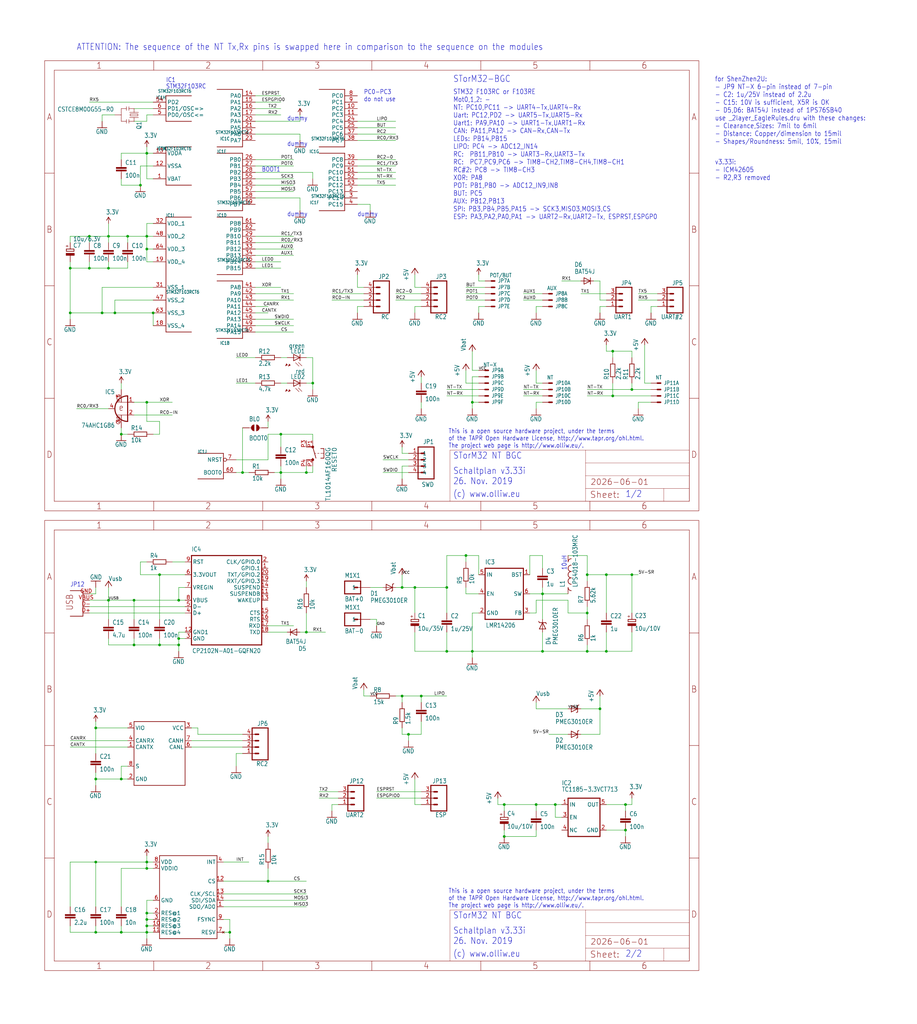
<source format=kicad_sch>
(kicad_sch (version 20250114) (generator "eeschema") (generator_version "9.0")
  (paper "User" 364.947 407.289)
  (text "dummy" (at 114.3 58.42 0) (effects (font (size 1.778 1.5113)) (justify left bottom)))
  (text "10uH" (at 223.52 220.98 90) (effects (font (size 1.778 1.5113)) (justify right top)))
  (text "PC0-PC3\ndo not use" (at 144.78 40.64 0) (effects (font (size 1.778 1.5113)) (justify left bottom)))
  (text "STM32F103RC" (at 66.04 35.56 0) (effects (font (size 1.778 1.5113)) (justify left bottom)))
  (text "(c) www.olliw.eu" (at 180.34 198.12 0) (effects (font (size 2.54 2.159)) (justify left bottom)))
  (text "for ShenZhen2U:\n- JP9 NT-X 6-pin instead of 7-pin\n- C2: 1u/25V instead of 2.2u\n- C15: 10V is sufficient, X5R is OK\n- D5,D6: BAT54J instead of 1PS76SB40\nuse _2layer_EagleRules.dru with these changes:\n- Clearance,Sizes: 7mil to 6mil\n- Distance: Copper/dimension to 15mil\n- Shapes/Roundness: 5mil, 10%, 15mil" (at 284.48 30.48 0) (effects (font (size 1.9304 1.6408)) (justify left top)))
  (text "1/2" (at 248.92 198.12 0) (effects (font (size 2.54 2.159)) (justify left bottom)))
  (text "v3.33i:\n- ICM42605\n- R2,R3 removed" (at 284.48 63.5 0) (effects (font (size 1.9304 1.6408)) (justify left top)))
  (text "dummy" (at 114.3 48.26 0) (effects (font (size 1.778 1.5113)) (justify left bottom)))
  (text "STorM32 NT BGC" (at 180.34 365.76 0) (effects (font (size 2.54 2.159)) (justify left bottom)))
  (text "This is a open source hardware project, under the terms\nof the TAPR Open Hardware License, http://www.tapr.org/ohl.html.\nThe project web page is http://www.olliw.eu/." (at 178.435 178.435 0) (effects (font (size 1.778 1.5113)) (justify left bottom)))
  (text "2/2" (at 248.92 381 0) (effects (font (size 2.54 2.159)) (justify left bottom)))
  (text "STorM32 NT BGC" (at 180.34 182.88 0) (effects (font (size 2.54 2.159)) (justify left bottom)))
  (text "IC1" (at 66.04 33.02 0) (effects (font (size 1.778 1.5113)) (justify left bottom)))
  (text "BOOT1" (at 104.14 68.58 0) (effects (font (size 1.778 1.5113)) (justify left bottom)))
  (text "dummy" (at 114.3 86.36 0) (effects (font (size 1.778 1.5113)) (justify left bottom)))
  (text "JP12" (at 27.94 233.68 0) (effects (font (size 1.778 1.5113)) (justify left bottom)))
  (text "This is a open source hardware project, under the terms\nof the TAPR Open Hardware License, http://www.tapr.org/ohl.html.\nThe project web page is http://www.olliw.eu/." (at 178.435 361.315 0) (effects (font (size 1.778 1.5113)) (justify left bottom)))
  (text "(c) www.olliw.eu" (at 180.34 381 0) (effects (font (size 2.54 2.159)) (justify left bottom)))
  (text "Schaltplan v3.33i\n26. Nov. 2019" (at 180.34 375.92 0) (effects (font (size 2.54 2.159)) (justify left bottom)))
  (text "STorM32-BGC" (at 180.34 33.02 0) (effects (font (size 2.54 2.159)) (justify left bottom)))
  (text "dummy" (at 142.24 86.36 0) (effects (font (size 1.778 1.5113)) (justify left bottom)))
  (text "ATTENTION: The sequence of the NT Tx,Rx pins is swapped here in comparison to the sequence on the modules" (at 30.48 20.32 0) (effects (font (size 2.54 2.159)) (justify left bottom)))
  (text "Schaltplan v3.33i\n26. Nov. 2019" (at 180.34 193.04 0) (effects (font (size 2.54 2.159)) (justify left bottom)))
  (text "STM32 F103RC or F103RE\nMot0,1,2: -\nNT: PC10,PC11 -> UART4-Tx,UART4-Rx\nUart: PC12,PD2 -> UART5-Tx,UART5-Rx\nUart1: PA9,PA10 -> UART1-Tx,UART1-Rx\nCAN: PA11,PA12 -> CAN-Rx,CAN-Tx\nLEDs: PB14,PB15\nLIPO: PC4 -> ADC12_IN14\nRC:  PB11,PB10 -> UART3-Rx,UART3-Tx\nRC:  PC7,PC9,PC6 -> TIM8-CH2,TIM8-CH4,TIM8-CH1\nRC#2: PC8 -> TIM8-CH3\nXOR: PA8\nPOT: PB1,PB0 -> ADC12_IN9,IN8\nBUT: PC5\nAUX: PB12,PB13\nSPI: PB3,PB4,PB5,PA15 -> SCK3,MISO3,MOSI3,CS\nESP: PA3,PA2,PA0,PA1 -> UART2-Rx,UART2-Tx, ESPRST,ESPGP0" (at 180.34 35.56 0) (effects (font (size 1.9304 1.6408)) (justify left top)))
  (junction (at 177.8 259.08))
  (junction (at 71.12 254))
  (junction (at 58.42 99.06))
  (junction (at 58.42 368.3))
  (junction (at 121.92 251.46))
  (junction (at 241.3 259.08))
  (junction (at 200.66 320.04))
  (junction (at 53.34 238.76))
  (junction (at 165.1 233.68))
  (junction (at 38.1 342.9))
  (junction (at 185.42 220.98))
  (junction (at 248.92 320.04))
  (junction (at 111.76 187.96))
  (junction (at 58.42 160.02))
  (junction (at 243.84 139.7))
  (junction (at 71.12 238.76))
  (junction (at 187.96 259.08))
  (junction (at 40.64 124.46))
  (junction (at 58.42 345.44))
  (junction (at 233.68 259.08))
  (junction (at 58.42 363.22))
  (junction (at 71.12 256.54))
  (junction (at 35.56 106.68))
  (junction (at 238.76 281.94))
  (junction (at 50.8 93.98))
  (junction (at 27.94 106.68))
  (junction (at 248.92 330.2))
  (junction (at 58.42 370.84))
  (junction (at 53.34 256.54))
  (junction (at 43.18 93.98))
  (junction (at 60.96 124.46))
  (junction (at 177.8 233.68))
  (junction (at 241.3 228.6))
  (junction (at 187.96 160.02))
  (junction (at 58.42 342.9))
  (junction (at 233.68 243.84))
  (junction (at 233.68 228.6))
  (junction (at 160.02 276.86))
  (junction (at 58.42 365.76))
  (junction (at 220.98 320.04))
  (junction (at 58.42 93.98))
  (junction (at 38.1 370.84))
  (junction (at 45.72 124.46))
  (junction (at 63.5 228.6))
  (junction (at 215.9 259.08))
  (junction (at 121.92 187.96))
  (junction (at 111.76 172.72))
  (junction (at 55.88 73.66))
  (junction (at 48.26 309.88))
  (junction (at 160.02 233.68))
  (junction (at 48.26 370.84))
  (junction (at 38.1 309.88))
  (junction (at 200.66 332.74))
  (junction (at 35.56 93.98))
  (junction (at 243.84 157.48))
  (junction (at 48.26 172.72))
  (junction (at 215.9 236.22))
  (junction (at 251.46 228.6))
  (junction (at 38.1 289.56))
  (junction (at 91.44 370.84))
  (junction (at 96.52 187.96))
  (junction (at 43.18 238.76))
  (junction (at 124.46 152.4))
  (junction (at 106.68 350.52))
  (junction (at 213.36 320.04))
  (junction (at 167.64 276.86))
  (junction (at 63.5 256.54))
  (junction (at 27.94 124.46))
  (junction (at 43.18 106.68))
  (junction (at 251.46 154.94))
  (junction (at 162.56 292.1))
  (junction (at 58.42 60.96))
  (wire (pts (xy 106.68 350.52) (xy 121.92 350.52)) (stroke (width 0.1524)))
  (wire (pts (xy 119.38 78.74) (xy 101.6 78.74)) (stroke (width 0.1524)))
  (wire (pts (xy 60.96 88.9) (xy 58.42 88.9)) (stroke (width 0.1524)))
  (wire (pts (xy 58.42 340.36) (xy 58.42 342.9)) (stroke (width 0.1524)))
  (wire (pts (xy 162.56 180.34) (xy 160.02 180.34)) (stroke (width 0.1524)))
  (wire (pts (xy 101.6 116.84) (xy 116.84 116.84)) (stroke (width 0.1524)))
  (wire (pts (xy 35.56 106.68) (xy 35.56 104.14)) (stroke (width 0.1524)))
  (wire (pts (xy 96.52 292.1) (xy 78.74 292.1)) (stroke (width 0.1524)))
  (wire (pts (xy 190.5 111.76) (xy 190.5 109.22)) (stroke (width 0.1524)))
  (wire (pts (xy 63.5 172.72) (xy 60.96 172.72)) (stroke (width 0.1524)))
  (wire (pts (xy 213.36 320.04) (xy 220.98 320.04)) (stroke (width 0.1524)))
  (wire (pts (xy 238.76 276.86) (xy 238.76 281.94)) (stroke (width 0.1524)))
  (wire (pts (xy 200.66 322.58) (xy 200.66 320.04)) (stroke (width 0.1524)))
  (wire (pts (xy 53.34 238.76) (xy 43.18 238.76)) (stroke (width 0.1524)))
  (wire (pts (xy 233.68 220.98) (xy 233.68 228.6)) (stroke (width 0.1524)))
  (wire (pts (xy 233.68 231.14) (xy 233.68 228.6)) (stroke (width 0.1524)))
  (wire (pts (xy 213.36 238.76) (xy 226.06 238.76)) (stroke (width 0.1524)))
  (wire (pts (xy 215.9 220.98) (xy 210.82 220.98)) (stroke (width 0.1524)))
  (wire (pts (xy 165.1 109.22) (xy 165.1 114.3)) (stroke (width 0.1524)))
  (wire (pts (xy 63.5 167.64) (xy 63.5 172.72)) (stroke (width 0.1524)))
  (wire (pts (xy 185.42 223.52) (xy 185.42 220.98)) (stroke (width 0.1524)))
  (wire (pts (xy 238.76 121.92) (xy 238.76 124.46)) (stroke (width 0.1524)))
  (wire (pts (xy 190.5 157.48) (xy 177.8 157.48)) (stroke (width 0.1524)))
  (wire (pts (xy 165.1 121.92) (xy 165.1 124.46)) (stroke (width 0.1524)))
  (wire (pts (xy 60.96 370.84) (xy 58.42 370.84)) (stroke (width 0.1524)))
  (wire (pts (xy 101.6 68.58) (xy 124.46 68.58)) (stroke (width 0.1524)))
  (wire (pts (xy 236.22 111.76) (xy 238.76 111.76)) (stroke (width 0.1524)))
  (wire (pts (xy 193.04 121.92) (xy 190.5 121.92)) (stroke (width 0.1524)))
  (wire (pts (xy 198.12 320.04) (xy 198.12 317.5)) (stroke (width 0.1524)))
  (wire (pts (xy 251.46 259.08) (xy 241.3 259.08)) (stroke (width 0.1524)))
  (wire (pts (xy 124.46 185.42) (xy 124.46 187.96)) (stroke (width 0.1524)))
  (wire (pts (xy 55.88 228.6) (xy 55.88 223.52)) (stroke (width 0.1524)))
  (wire (pts (xy 27.94 106.68) (xy 27.94 124.46)) (stroke (width 0.1524)))
  (wire (pts (xy 231.14 281.94) (xy 238.76 281.94)) (stroke (width 0.1524)))
  (wire (pts (xy 43.18 96.52) (xy 43.18 93.98)) (stroke (width 0.1524)))
  (wire (pts (xy 142.24 50.8) (xy 157.48 50.8)) (stroke (width 0.1524)))
  (wire (pts (xy 254 228.6) (xy 251.46 228.6)) (stroke (width 0.1524)))
  (wire (pts (xy 53.34 254) (xy 53.34 256.54)) (stroke (width 0.1524)))
  (wire (pts (xy 58.42 104.14) (xy 58.42 99.06)) (stroke (width 0.1524)))
  (wire (pts (xy 215.9 246.38) (xy 215.9 236.22)) (stroke (width 0.1524)))
  (wire (pts (xy 101.6 45.72) (xy 111.76 45.72)) (stroke (width 0.1524)))
  (wire (pts (xy 106.68 350.52) (xy 106.68 345.44)) (stroke (width 0.1524)))
  (wire (pts (xy 55.88 66.04) (xy 55.88 73.66)) (stroke (width 0.1524)))
  (wire (pts (xy 76.2 294.64) (xy 96.52 294.64)) (stroke (width 0.1524)))
  (wire (pts (xy 60.96 114.3) (xy 40.64 114.3)) (stroke (width 0.1524)))
  (wire (pts (xy 58.42 99.06) (xy 58.42 93.98)) (stroke (width 0.1524)))
  (wire (pts (xy 40.64 45.72) (xy 45.72 45.72)) (stroke (width 0.1524)))
  (wire (pts (xy 259.08 121.92) (xy 259.08 124.46)) (stroke (width 0.1524)))
  (wire (pts (xy 167.64 279.4) (xy 167.64 276.86)) (stroke (width 0.1524)))
  (wire (pts (xy 200.66 320.04) (xy 213.36 320.04)) (stroke (width 0.1524)))
  (wire (pts (xy 111.76 152.4) (xy 114.3 152.4)) (stroke (width 0.1524)))
  (wire (pts (xy 147.32 81.28) (xy 147.32 83.82)) (stroke (width 0.1524)))
  (wire (pts (xy 101.6 132.08) (xy 116.84 132.08)) (stroke (width 0.1524)))
  (wire (pts (xy 226.06 220.98) (xy 233.68 220.98)) (stroke (width 0.1524)))
  (wire (pts (xy 60.96 66.04) (xy 55.88 66.04)) (stroke (width 0.1524)))
  (wire (pts (xy 101.6 119.38) (xy 116.84 119.38)) (stroke (width 0.1524)))
  (wire (pts (xy 101.6 76.2) (xy 116.84 76.2)) (stroke (width 0.1524)))
  (wire (pts (xy 48.26 152.4) (xy 48.26 154.94)) (stroke (width 0.1524)))
  (wire (pts (xy 88.9 360.68) (xy 121.92 360.68)) (stroke (width 0.1524)))
  (wire (pts (xy 106.68 248.92) (xy 116.84 248.92)) (stroke (width 0.1524)))
  (wire (pts (xy 58.42 365.76) (xy 58.42 368.3)) (stroke (width 0.1524)))
  (wire (pts (xy 124.46 68.58) (xy 124.46 71.12)) (stroke (width 0.1524)))
  (wire (pts (xy 101.6 124.46) (xy 106.68 124.46)) (stroke (width 0.1524)))
  (wire (pts (xy 53.34 48.26) (xy 58.42 48.26)) (stroke (width 0.1524)))
  (wire (pts (xy 149.86 246.38) (xy 147.32 246.38)) (stroke (width 0.1524)))
  (wire (pts (xy 261.62 116.84) (xy 254 116.84)) (stroke (width 0.1524)))
  (wire (pts (xy 134.62 317.5) (xy 127 317.5)) (stroke (width 0.1524)))
  (wire (pts (xy 119.38 45.72) (xy 119.38 48.26)) (stroke (width 0.1524)))
  (wire (pts (xy 231.14 292.1) (xy 238.76 292.1)) (stroke (width 0.1524)))
  (wire (pts (xy 241.3 320.04) (xy 248.92 320.04)) (stroke (width 0.1524)))
  (wire (pts (xy 241.3 251.46) (xy 241.3 259.08)) (stroke (width 0.1524)))
  (wire (pts (xy 53.34 165.1) (xy 68.58 165.1)) (stroke (width 0.1524)))
  (wire (pts (xy 251.46 152.4) (xy 251.46 154.94)) (stroke (width 0.1524)))
  (wire (pts (xy 53.34 160.02) (xy 58.42 160.02)) (stroke (width 0.1524)))
  (wire (pts (xy 58.42 345.44) (xy 48.26 345.44)) (stroke (width 0.1524)))
  (wire (pts (xy 35.56 243.84) (xy 73.66 243.84)) (stroke (width 0.1524)))
  (wire (pts (xy 226.06 243.84) (xy 233.68 243.84)) (stroke (width 0.1524)))
  (wire (pts (xy 101.6 53.34) (xy 119.38 53.34)) (stroke (width 0.1524)))
  (wire (pts (xy 187.96 149.86) (xy 187.96 160.02)) (stroke (width 0.1524)))
  (wire (pts (xy 210.82 236.22) (xy 215.9 236.22)) (stroke (width 0.1524)))
  (wire (pts (xy 58.42 342.9) (xy 58.42 345.44)) (stroke (width 0.1524)))
  (wire (pts (xy 233.68 259.08) (xy 215.9 259.08)) (stroke (width 0.1524)))
  (wire (pts (xy 60.96 60.96) (xy 58.42 60.96)) (stroke (width 0.1524)))
  (wire (pts (xy 162.56 182.88) (xy 152.4 182.88)) (stroke (width 0.1524)))
  (wire (pts (xy 71.12 251.46) (xy 71.12 254)) (stroke (width 0.1524)))
  (wire (pts (xy 251.46 243.84) (xy 251.46 228.6)) (stroke (width 0.1524)))
  (wire (pts (xy 48.26 172.72) (xy 48.26 170.18)) (stroke (width 0.1524)))
  (wire (pts (xy 167.64 320.04) (xy 165.1 320.04)) (stroke (width 0.1524)))
  (wire (pts (xy 43.18 238.76) (xy 43.18 233.68)) (stroke (width 0.1524)))
  (wire (pts (xy 251.46 320.04) (xy 251.46 317.5)) (stroke (width 0.1524)))
  (wire (pts (xy 60.96 71.12) (xy 58.42 71.12)) (stroke (width 0.1524)))
  (wire (pts (xy 38.1 287.02) (xy 38.1 289.56)) (stroke (width 0.1524)))
  (wire (pts (xy 58.42 368.3) (xy 58.42 370.84)) (stroke (width 0.1524)))
  (wire (pts (xy 190.5 147.32) (xy 187.96 147.32)) (stroke (width 0.1524)))
  (wire (pts (xy 101.6 99.06) (xy 116.84 99.06)) (stroke (width 0.1524)))
  (wire (pts (xy 71.12 254) (xy 73.66 254)) (stroke (width 0.1524)))
  (wire (pts (xy 35.56 96.52) (xy 35.56 93.98)) (stroke (width 0.1524)))
  (wire (pts (xy 160.02 180.34) (xy 160.02 177.8)) (stroke (width 0.1524)))
  (wire (pts (xy 48.26 60.96) (xy 48.26 63.5)) (stroke (width 0.1524)))
  (wire (pts (xy 50.8 106.68) (xy 43.18 106.68)) (stroke (width 0.1524)))
  (wire (pts (xy 121.92 243.84) (xy 121.92 251.46)) (stroke (width 0.1524)))
  (wire (pts (xy 200.66 330.2) (xy 200.66 332.74)) (stroke (width 0.1524)))
  (wire (pts (xy 99.06 187.96) (xy 96.52 187.96)) (stroke (width 0.1524)))
  (wire (pts (xy 190.5 243.84) (xy 187.96 243.84)) (stroke (width 0.1524)))
  (wire (pts (xy 91.44 370.84) (xy 91.44 373.38)) (stroke (width 0.1524)))
  (wire (pts (xy 142.24 48.26) (xy 157.48 48.26)) (stroke (width 0.1524)))
  (wire (pts (xy 88.9 365.76) (xy 91.44 365.76)) (stroke (width 0.1524)))
  (wire (pts (xy 101.6 96.52) (xy 116.84 96.52)) (stroke (width 0.1524)))
  (wire (pts (xy 167.64 152.4) (xy 167.64 149.86)) (stroke (width 0.1524)))
  (wire (pts (xy 190.5 228.6) (xy 190.5 220.98)) (stroke (width 0.1524)))
  (wire (pts (xy 167.64 314.96) (xy 149.86 314.96)) (stroke (width 0.1524)))
  (wire (pts (xy 226.06 281.94) (xy 213.36 281.94)) (stroke (width 0.1524)))
  (wire (pts (xy 142.24 63.5) (xy 157.48 63.5)) (stroke (width 0.1524)))
  (wire (pts (xy 233.68 243.84) (xy 233.68 246.38)) (stroke (width 0.1524)))
  (wire (pts (xy 134.62 314.96) (xy 127 314.96)) (stroke (width 0.1524)))
  (wire (pts (xy 167.64 160.02) (xy 167.64 162.56)) (stroke (width 0.1524)))
  (wire (pts (xy 27.94 106.68) (xy 27.94 104.14)) (stroke (width 0.1524)))
  (wire (pts (xy 213.36 160.02) (xy 213.36 162.56)) (stroke (width 0.1524)))
  (wire (pts (xy 43.18 256.54) (xy 53.34 256.54)) (stroke (width 0.1524)))
  (wire (pts (xy 259.08 154.94) (xy 251.46 154.94)) (stroke (width 0.1524)))
  (wire (pts (xy 88.9 342.9) (xy 99.06 342.9)) (stroke (width 0.1524)))
  (wire (pts (xy 144.78 116.84) (xy 132.08 116.84)) (stroke (width 0.1524)))
  (wire (pts (xy 238.76 111.76) (xy 238.76 119.38)) (stroke (width 0.1524)))
  (wire (pts (xy 241.3 119.38) (xy 238.76 119.38)) (stroke (width 0.1524)))
  (wire (pts (xy 38.1 312.42) (xy 38.1 309.88)) (stroke (width 0.1524)))
  (wire (pts (xy 185.42 236.22) (xy 185.42 233.68)) (stroke (width 0.1524)))
  (wire (pts (xy 142.24 121.92) (xy 142.24 124.46)) (stroke (width 0.1524)))
  (wire (pts (xy 167.64 292.1) (xy 162.56 292.1)) (stroke (width 0.1524)))
  (wire (pts (xy 144.78 119.38) (xy 132.08 119.38)) (stroke (width 0.1524)))
  (wire (pts (xy 38.1 289.56) (xy 38.1 299.72)) (stroke (width 0.1524)))
  (wire (pts (xy 142.24 53.34) (xy 157.48 53.34)) (stroke (width 0.1524)))
  (wire (pts (xy 43.18 254) (xy 43.18 256.54)) (stroke (width 0.1524)))
  (wire (pts (xy 248.92 330.2) (xy 248.92 332.74)) (stroke (width 0.1524)))
  (wire (pts (xy 60.96 368.3) (xy 58.42 368.3)) (stroke (width 0.1524)))
  (wire (pts (xy 101.6 73.66) (xy 116.84 73.66)) (stroke (width 0.1524)))
  (wire (pts (xy 160.02 228.6) (xy 160.02 233.68)) (stroke (width 0.1524)))
  (wire (pts (xy 88.9 355.6) (xy 121.92 355.6)) (stroke (width 0.1524)))
  (wire (pts (xy 187.96 147.32) (xy 187.96 139.7)) (stroke (width 0.1524)))
  (wire (pts (xy 157.48 276.86) (xy 160.02 276.86)) (stroke (width 0.1524)))
  (wire (pts (xy 243.84 152.4) (xy 243.84 157.48)) (stroke (width 0.1524)))
  (wire (pts (xy 114.3 251.46) (xy 106.68 251.46)) (stroke (width 0.1524)))
  (wire (pts (xy 101.6 38.1) (xy 111.76 38.1)) (stroke (width 0.1524)))
  (wire (pts (xy 58.42 93.98) (xy 50.8 93.98)) (stroke (width 0.1524)))
  (wire (pts (xy 261.62 121.92) (xy 259.08 121.92)) (stroke (width 0.1524)))
  (wire (pts (xy 185.42 152.4) (xy 185.42 147.32)) (stroke (width 0.1524)))
  (wire (pts (xy 101.6 63.5) (xy 116.84 63.5)) (stroke (width 0.1524)))
  (wire (pts (xy 210.82 243.84) (xy 213.36 243.84)) (stroke (width 0.1524)))
  (wire (pts (xy 88.9 350.52) (xy 106.68 350.52)) (stroke (width 0.1524)))
  (wire (pts (xy 43.18 238.76) (xy 35.56 238.76)) (stroke (width 0.1524)))
  (wire (pts (xy 50.8 289.56) (xy 38.1 289.56)) (stroke (width 0.1524)))
  (wire (pts (xy 88.9 358.14) (xy 121.92 358.14)) (stroke (width 0.1524)))
  (wire (pts (xy 109.22 187.96) (xy 111.76 187.96)) (stroke (width 0.1524)))
  (wire (pts (xy 48.26 368.3) (xy 48.26 370.84)) (stroke (width 0.1524)))
  (wire (pts (xy 48.26 73.66) (xy 55.88 73.66)) (stroke (width 0.1524)))
  (wire (pts (xy 238.76 281.94) (xy 238.76 292.1)) (stroke (width 0.1524)))
  (wire (pts (xy 142.24 66.04) (xy 157.48 66.04)) (stroke (width 0.1524)))
  (wire (pts (xy 60.96 124.46) (xy 45.72 124.46)) (stroke (width 0.1524)))
  (wire (pts (xy 119.38 83.82) (xy 119.38 78.74)) (stroke (width 0.1524)))
  (wire (pts (xy 162.56 294.64) (xy 162.56 292.1)) (stroke (width 0.1524)))
  (wire (pts (xy 167.64 287.02) (xy 167.64 292.1)) (stroke (width 0.1524)))
  (wire (pts (xy 101.6 127) (xy 116.84 127)) (stroke (width 0.1524)))
  (wire (pts (xy 215.9 226.06) (xy 215.9 220.98)) (stroke (width 0.1524)))
  (wire (pts (xy 241.3 259.08) (xy 233.68 259.08)) (stroke (width 0.1524)))
  (wire (pts (xy 43.18 104.14) (xy 43.18 106.68)) (stroke (width 0.1524)))
  (wire (pts (xy 200.66 320.04) (xy 198.12 320.04)) (stroke (width 0.1524)))
  (wire (pts (xy 160.02 276.86) (xy 160.02 279.4)) (stroke (width 0.1524)))
  (wire (pts (xy 233.68 241.3) (xy 233.68 243.84)) (stroke (width 0.1524)))
  (wire (pts (xy 60.96 104.14) (xy 58.42 104.14)) (stroke (width 0.1524)))
  (wire (pts (xy 149.86 248.92) (xy 149.86 246.38)) (stroke (width 0.1524)))
  (wire (pts (xy 167.64 121.92) (xy 165.1 121.92)) (stroke (width 0.1524)))
  (wire (pts (xy 167.64 116.84) (xy 157.48 116.84)) (stroke (width 0.1524)))
  (wire (pts (xy 101.6 121.92) (xy 106.68 121.92)) (stroke (width 0.1524)))
  (wire (pts (xy 165.1 233.68) (xy 160.02 233.68)) (stroke (width 0.1524)))
  (wire (pts (xy 193.04 119.38) (xy 185.42 119.38)) (stroke (width 0.1524)))
  (wire (pts (xy 58.42 60.96) (xy 48.26 60.96)) (stroke (width 0.1524)))
  (wire (pts (xy 162.56 187.96) (xy 152.4 187.96)) (stroke (width 0.1524)))
  (wire (pts (xy 142.24 73.66) (xy 157.48 73.66)) (stroke (width 0.1524)))
  (wire (pts (xy 27.94 360.68) (xy 27.94 342.9)) (stroke (width 0.1524)))
  (wire (pts (xy 63.5 256.54) (xy 71.12 256.54)) (stroke (width 0.1524)))
  (wire (pts (xy 101.6 43.18) (xy 111.76 43.18)) (stroke (width 0.1524)))
  (wire (pts (xy 144.78 121.92) (xy 142.24 121.92)) (stroke (width 0.1524)))
  (wire (pts (xy 213.36 330.2) (xy 213.36 332.74)) (stroke (width 0.1524)))
  (wire (pts (xy 243.84 157.48) (xy 233.68 157.48)) (stroke (width 0.1524)))
  (wire (pts (xy 27.94 124.46) (xy 27.94 127)) (stroke (width 0.1524)))
  (wire (pts (xy 40.64 124.46) (xy 27.94 124.46)) (stroke (width 0.1524)))
  (wire (pts (xy 106.68 332.74) (xy 106.68 335.28)) (stroke (width 0.1524)))
  (wire (pts (xy 38.1 236.22) (xy 38.1 233.68)) (stroke (width 0.1524)))
  (wire (pts (xy 48.26 370.84) (xy 58.42 370.84)) (stroke (width 0.1524)))
  (wire (pts (xy 93.98 299.72) (xy 93.98 304.8)) (stroke (width 0.1524)))
  (wire (pts (xy 165.1 233.68) (xy 177.8 233.68)) (stroke (width 0.1524)))
  (wire (pts (xy 53.34 43.18) (xy 60.96 43.18)) (stroke (width 0.1524)))
  (wire (pts (xy 248.92 322.58) (xy 248.92 320.04)) (stroke (width 0.1524)))
  (wire (pts (xy 134.62 320.04) (xy 132.08 320.04)) (stroke (width 0.1524)))
  (wire (pts (xy 50.8 96.52) (xy 50.8 93.98)) (stroke (width 0.1524)))
  (wire (pts (xy 220.98 320.04) (xy 220.98 325.12)) (stroke (width 0.1524)))
  (wire (pts (xy 40.64 124.46) (xy 40.64 114.3)) (stroke (width 0.1524)))
  (wire (pts (xy 190.5 152.4) (xy 185.42 152.4)) (stroke (width 0.1524)))
  (wire (pts (xy 160.02 292.1) (xy 162.56 292.1)) (stroke (width 0.1524)))
  (wire (pts (xy 185.42 220.98) (xy 177.8 220.98)) (stroke (width 0.1524)))
  (wire (pts (xy 53.34 246.38) (xy 53.34 238.76)) (stroke (width 0.1524)))
  (wire (pts (xy 132.08 320.04) (xy 132.08 322.58)) (stroke (width 0.1524)))
  (wire (pts (xy 124.46 172.72) (xy 124.46 175.26)) (stroke (width 0.1524)))
  (wire (pts (xy 50.8 309.88) (xy 48.26 309.88)) (stroke (width 0.1524)))
  (wire (pts (xy 165.1 114.3) (xy 167.64 114.3)) (stroke (width 0.1524)))
  (wire (pts (xy 190.5 220.98) (xy 185.42 220.98)) (stroke (width 0.1524)))
  (wire (pts (xy 101.6 40.64) (xy 111.76 40.64)) (stroke (width 0.1524)))
  (wire (pts (xy 111.76 172.72) (xy 106.68 172.72)) (stroke (width 0.1524)))
  (wire (pts (xy 73.66 238.76) (xy 71.12 238.76)) (stroke (width 0.1524)))
  (wire (pts (xy 259.08 152.4) (xy 256.54 152.4)) (stroke (width 0.1524)))
  (wire (pts (xy 58.42 358.14) (xy 58.42 363.22)) (stroke (width 0.1524)))
  (wire (pts (xy 58.42 60.96) (xy 58.42 71.12)) (stroke (width 0.1524)))
  (wire (pts (xy 101.6 106.68) (xy 111.76 106.68)) (stroke (width 0.1524)))
  (wire (pts (xy 43.18 238.76) (xy 43.18 246.38)) (stroke (width 0.1524)))
  (wire (pts (xy 111.76 187.96) (xy 121.92 187.96)) (stroke (width 0.1524)))
  (wire (pts (xy 256.54 137.16) (xy 256.54 152.4)) (stroke (width 0.1524)))
  (wire (pts (xy 243.84 142.24) (xy 243.84 139.7)) (stroke (width 0.1524)))
  (wire (pts (xy 60.96 363.22) (xy 58.42 363.22)) (stroke (width 0.1524)))
  (wire (pts (xy 50.8 304.8) (xy 48.26 304.8)) (stroke (width 0.1524)))
  (wire (pts (xy 167.64 276.86) (xy 177.8 276.86)) (stroke (width 0.1524)))
  (wire (pts (xy 71.12 238.76) (xy 53.34 238.76)) (stroke (width 0.1524)))
  (wire (pts (xy 241.3 243.84) (xy 241.3 228.6)) (stroke (width 0.1524)))
  (wire (pts (xy 101.6 48.26) (xy 119.38 48.26)) (stroke (width 0.1524)))
  (wire (pts (xy 101.6 66.04) (xy 116.84 66.04)) (stroke (width 0.1524)))
  (wire (pts (xy 160.02 289.56) (xy 160.02 292.1)) (stroke (width 0.1524)))
  (wire (pts (xy 58.42 60.96) (xy 58.42 58.42)) (stroke (width 0.1524)))
  (wire (pts (xy 63.5 254) (xy 63.5 256.54)) (stroke (width 0.1524)))
  (wire (pts (xy 43.18 106.68) (xy 35.56 106.68)) (stroke (width 0.1524)))
  (wire (pts (xy 165.1 320.04) (xy 165.1 309.88)) (stroke (width 0.1524)))
  (wire (pts (xy 215.9 236.22) (xy 226.06 236.22)) (stroke (width 0.1524)))
  (wire (pts (xy 73.66 251.46) (xy 71.12 251.46)) (stroke (width 0.1524)))
  (wire (pts (xy 48.26 71.12) (xy 48.26 73.66)) (stroke (width 0.1524)))
  (wire (pts (xy 231.14 111.76) (xy 223.52 111.76)) (stroke (width 0.1524)))
  (wire (pts (xy 76.2 289.56) (xy 78.74 289.56)) (stroke (width 0.1524)))
  (wire (pts (xy 243.84 139.7) (xy 241.3 139.7)) (stroke (width 0.1524)))
  (wire (pts (xy 27.94 93.98) (xy 27.94 96.52)) (stroke (width 0.1524)))
  (wire (pts (xy 101.6 101.6) (xy 116.84 101.6)) (stroke (width 0.1524)))
  (wire (pts (xy 38.1 342.9) (xy 27.94 342.9)) (stroke (width 0.1524)))
  (wire (pts (xy 121.92 185.42) (xy 121.92 187.96)) (stroke (width 0.1524)))
  (wire (pts (xy 106.68 182.88) (xy 93.98 182.88)) (stroke (width 0.1524)))
  (wire (pts (xy 248.92 320.04) (xy 251.46 320.04)) (stroke (width 0.1524)))
  (wire (pts (xy 60.96 119.38) (xy 45.72 119.38)) (stroke (width 0.1524)))
  (wire (pts (xy 111.76 187.96) (xy 111.76 190.5)) (stroke (width 0.1524)))
  (wire (pts (xy 213.36 243.84) (xy 213.36 238.76)) (stroke (width 0.1524)))
  (wire (pts (xy 106.68 172.72) (xy 106.68 182.88)) (stroke (width 0.1524)))
  (wire (pts (xy 45.72 119.38) (xy 45.72 124.46)) (stroke (width 0.1524)))
  (wire (pts (xy 58.42 223.52) (xy 55.88 223.52)) (stroke (width 0.1524)))
  (wire (pts (xy 76.2 297.18) (xy 96.52 297.18)) (stroke (width 0.1524)))
  (wire (pts (xy 177.8 233.68) (xy 177.8 243.84)) (stroke (width 0.1524)))
  (wire (pts (xy 233.68 228.6) (xy 241.3 228.6)) (stroke (width 0.1524)))
  (wire (pts (xy 101.6 104.14) (xy 111.76 104.14)) (stroke (width 0.1524)))
  (wire (pts (xy 121.92 142.24) (xy 124.46 142.24)) (stroke (width 0.1524)))
  (wire (pts (xy 60.96 365.76) (xy 58.42 365.76)) (stroke (width 0.1524)))
  (wire (pts (xy 111.76 172.72) (xy 124.46 172.72)) (stroke (width 0.1524)))
  (wire (pts (xy 124.46 152.4) (xy 124.46 154.94)) (stroke (width 0.1524)))
  (wire (pts (xy 142.24 71.12) (xy 157.48 71.12)) (stroke (width 0.1524)))
  (wire (pts (xy 58.42 48.26) (xy 58.42 45.72)) (stroke (width 0.1524)))
  (wire (pts (xy 177.8 259.08) (xy 187.96 259.08)) (stroke (width 0.1524)))
  (wire (pts (xy 27.94 368.3) (xy 27.94 370.84)) (stroke (width 0.1524)))
  (wire (pts (xy 167.64 119.38) (xy 157.48 119.38)) (stroke (width 0.1524)))
  (wire (pts (xy 187.96 160.02) (xy 187.96 162.56)) (stroke (width 0.1524)))
  (wire (pts (xy 60.96 129.54) (xy 60.96 124.46)) (stroke (width 0.1524)))
  (wire (pts (xy 111.76 185.42) (xy 111.76 187.96)) (stroke (width 0.1524)))
  (wire (pts (xy 101.6 142.24) (xy 93.98 142.24)) (stroke (width 0.1524)))
  (wire (pts (xy 96.52 299.72) (xy 93.98 299.72)) (stroke (width 0.1524)))
  (wire (pts (xy 142.24 81.28) (xy 147.32 81.28)) (stroke (width 0.1524)))
  (wire (pts (xy 35.56 93.98) (xy 43.18 93.98)) (stroke (width 0.1524)))
  (wire (pts (xy 58.42 99.06) (xy 60.96 99.06)) (stroke (width 0.1524)))
  (wire (pts (xy 119.38 53.34) (xy 119.38 55.88)) (stroke (width 0.1524)))
  (wire (pts (xy 213.36 322.58) (xy 213.36 320.04)) (stroke (width 0.1524)))
  (wire (pts (xy 215.9 154.94) (xy 208.28 154.94)) (stroke (width 0.1524)))
  (wire (pts (xy 30.48 162.56) (xy 43.18 162.56)) (stroke (width 0.1524)))
  (wire (pts (xy 215.9 116.84) (xy 208.28 116.84)) (stroke (width 0.1524)))
  (wire (pts (xy 43.18 93.98) (xy 50.8 93.98)) (stroke (width 0.1524)))
  (wire (pts (xy 43.18 93.98) (xy 43.18 88.9)) (stroke (width 0.1524)))
  (wire (pts (xy 106.68 170.18) (xy 106.68 167.64)) (stroke (width 0.1524)))
  (wire (pts (xy 241.3 330.2) (xy 248.92 330.2)) (stroke (width 0.1524)))
  (wire (pts (xy 220.98 325.12) (xy 223.52 325.12)) (stroke (width 0.1524)))
  (wire (pts (xy 58.42 370.84) (xy 58.42 373.38)) (stroke (width 0.1524)))
  (wire (pts (xy 223.52 320.04) (xy 220.98 320.04)) (stroke (width 0.1524)))
  (wire (pts (xy 50.8 104.14) (xy 50.8 106.68)) (stroke (width 0.1524)))
  (wire (pts (xy 215.9 251.46) (xy 215.9 259.08)) (stroke (width 0.1524)))
  (wire (pts (xy 261.62 119.38) (xy 254 119.38)) (stroke (width 0.1524)))
  (wire (pts (xy 251.46 228.6) (xy 241.3 228.6)) (stroke (width 0.1524)))
  (wire (pts (xy 58.42 160.02) (xy 68.58 160.02)) (stroke (width 0.1524)))
  (wire (pts (xy 27.94 370.84) (xy 38.1 370.84)) (stroke (width 0.1524)))
  (wire (pts (xy 190.5 160.02) (xy 187.96 160.02)) (stroke (width 0.1524)))
  (wire (pts (xy 38.1 342.9) (xy 38.1 360.68)) (stroke (width 0.1524)))
  (wire (pts (xy 259.08 157.48) (xy 243.84 157.48)) (stroke (width 0.1524)))
  (wire (pts (xy 241.3 116.84) (xy 231.14 116.84)) (stroke (width 0.1524)))
  (wire (pts (xy 63.5 228.6) (xy 55.88 228.6)) (stroke (width 0.1524)))
  (wire (pts (xy 27.94 297.18) (xy 50.8 297.18)) (stroke (width 0.1524)))
  (wire (pts (xy 193.04 111.76) (xy 190.5 111.76)) (stroke (width 0.1524)))
  (wire (pts (xy 157.48 233.68) (xy 160.02 233.68)) (stroke (width 0.1524)))
  (wire (pts (xy 233.68 256.54) (xy 233.68 259.08)) (stroke (width 0.1524)))
  (wire (pts (xy 111.76 142.24) (xy 114.3 142.24)) (stroke (width 0.1524)))
  (wire (pts (xy 58.42 342.9) (xy 38.1 342.9)) (stroke (width 0.1524)))
  (wire (pts (xy 27.94 294.64) (xy 50.8 294.64)) (stroke (width 0.1524)))
  (wire (pts (xy 251.46 142.24) (xy 251.46 139.7)) (stroke (width 0.1524)))
  (wire (pts (xy 190.5 149.86) (xy 187.96 149.86)) (stroke (width 0.1524)))
  (wire (pts (xy 48.26 309.88) (xy 38.1 309.88)) (stroke (width 0.1524)))
  (wire (pts (xy 91.44 365.76) (xy 91.44 370.84)) (stroke (width 0.1524)))
  (wire (pts (xy 40.64 48.26) (xy 40.64 45.72)) (stroke (width 0.1524)))
  (wire (pts (xy 101.6 152.4) (xy 93.98 152.4)) (stroke (width 0.1524)))
  (wire (pts (xy 142.24 114.3) (xy 142.24 109.22)) (stroke (width 0.1524)))
  (wire (pts (xy 71.12 256.54) (xy 71.12 259.08)) (stroke (width 0.1524)))
  (wire (pts (xy 243.84 139.7) (xy 251.46 139.7)) (stroke (width 0.1524)))
  (wire (pts (xy 58.42 88.9) (xy 58.42 93.98)) (stroke (width 0.1524)))
  (wire (pts (xy 58.42 45.72) (xy 60.96 45.72)) (stroke (width 0.1524)))
  (wire (pts (xy 58.42 160.02) (xy 58.42 167.64)) (stroke (width 0.1524)))
  (wire (pts (xy 213.36 281.94) (xy 213.36 279.4)) (stroke (width 0.1524)))
  (wire (pts (xy 259.08 160.02) (xy 254 160.02)) (stroke (width 0.1524)))
  (wire (pts (xy 190.5 154.94) (xy 177.8 154.94)) (stroke (width 0.1524)))
  (wire (pts (xy 121.92 251.46) (xy 129.54 251.46)) (stroke (width 0.1524)))
  (wire (pts (xy 53.34 256.54) (xy 63.5 256.54)) (stroke (width 0.1524)))
  (wire (pts (xy 160.02 276.86) (xy 167.64 276.86)) (stroke (width 0.1524)))
  (wire (pts (xy 101.6 71.12) (xy 116.84 71.12)) (stroke (width 0.1524)))
  (wire (pts (xy 251.46 251.46) (xy 251.46 259.08)) (stroke (width 0.1524)))
  (wire (pts (xy 215.9 157.48) (xy 208.28 157.48)) (stroke (width 0.1524)))
  (wire (pts (xy 121.92 233.68) (xy 121.92 231.14)) (stroke (width 0.1524)))
  (wire (pts (xy 144.78 274.32) (xy 144.78 276.86)) (stroke (width 0.1524)))
  (wire (pts (xy 58.42 167.64) (xy 63.5 167.64)) (stroke (width 0.1524)))
  (wire (pts (xy 215.9 233.68) (xy 215.9 236.22)) (stroke (width 0.1524)))
  (wire (pts (xy 73.66 228.6) (xy 63.5 228.6)) (stroke (width 0.1524)))
  (wire (pts (xy 38.1 370.84) (xy 48.26 370.84)) (stroke (width 0.1524)))
  (wire (pts (xy 60.96 345.44) (xy 58.42 345.44)) (stroke (width 0.1524)))
  (wire (pts (xy 35.56 93.98) (xy 27.94 93.98)) (stroke (width 0.1524)))
  (wire (pts (xy 119.38 251.46) (xy 121.92 251.46)) (stroke (width 0.1524)))
  (wire (pts (xy 38.1 368.3) (xy 38.1 370.84)) (stroke (width 0.1524)))
  (wire (pts (xy 45.72 124.46) (xy 40.64 124.46)) (stroke (width 0.1524)))
  (wire (pts (xy 190.5 236.22) (xy 185.42 236.22)) (stroke (width 0.1524)))
  (wire (pts (xy 101.6 114.3) (xy 111.76 114.3)) (stroke (width 0.1524)))
  (wire (pts (xy 101.6 93.98) (xy 116.84 93.98)) (stroke (width 0.1524)))
  (wire (pts (xy 63.5 228.6) (xy 63.5 246.38)) (stroke (width 0.1524)))
  (wire (pts (xy 165.1 243.84) (xy 165.1 233.68)) (stroke (width 0.1524)))
  (wire (pts (xy 165.1 259.08) (xy 177.8 259.08)) (stroke (width 0.1524)))
  (wire (pts (xy 78.74 292.1) (xy 78.74 289.56)) (stroke (width 0.1524)))
  (wire (pts (xy 35.56 106.68) (xy 27.94 106.68)) (stroke (width 0.1524)))
  (wire (pts (xy 60.96 93.98) (xy 58.42 93.98)) (stroke (width 0.1524)))
  (wire (pts (xy 101.6 129.54) (xy 116.84 129.54)) (stroke (width 0.1524)))
  (wire (pts (xy 226.06 238.76) (xy 226.06 243.84)) (stroke (width 0.1524)))
  (wire (pts (xy 73.66 223.52) (xy 68.58 223.52)) (stroke (width 0.1524)))
  (wire (pts (xy 251.46 154.94) (xy 233.68 154.94)) (stroke (width 0.1524)))
  (wire (pts (xy 60.96 40.64) (xy 35.56 40.64)) (stroke (width 0.1524)))
  (wire (pts (xy 190.5 121.92) (xy 190.5 124.46)) (stroke (width 0.1524)))
  (wire (pts (xy 142.24 68.58) (xy 157.48 68.58)) (stroke (width 0.1524)))
  (wire (pts (xy 187.96 259.08) (xy 187.96 261.62)) (stroke (width 0.1524)))
  (wire (pts (xy 213.36 121.92) (xy 213.36 124.46)) (stroke (width 0.1524)))
  (wire (pts (xy 147.32 276.86) (xy 144.78 276.86)) (stroke (width 0.1524)))
  (wire (pts (xy 215.9 259.08) (xy 187.96 259.08)) (stroke (width 0.1524)))
  (wire (pts (xy 48.26 345.44) (xy 48.26 360.68)) (stroke (width 0.1524)))
  (wire (pts (xy 60.96 342.9) (xy 58.42 342.9)) (stroke (width 0.1524)))
  (wire (pts (xy 177.8 251.46) (xy 177.8 259.08)) (stroke (width 0.1524)))
  (wire (pts (xy 71.12 256.54) (xy 71.12 254)) (stroke (width 0.1524)))
  (wire (pts (xy 162.56 185.42) (xy 160.02 185.42)) (stroke (width 0.1524)))
  (wire (pts (xy 124.46 187.96) (xy 121.92 187.96)) (stroke (width 0.1524)))
  (wire (pts (xy 48.26 304.8) (xy 48.26 309.88)) (stroke (width 0.1524)))
  (wire (pts (xy 142.24 55.88) (xy 157.48 55.88)) (stroke (width 0.1524)))
  (wire (pts (xy 121.92 152.4) (xy 124.46 152.4)) (stroke (width 0.1524)))
  (wire (pts (xy 73.66 233.68) (xy 71.12 233.68)) (stroke (width 0.1524)))
  (wire (pts (xy 124.46 142.24) (xy 124.46 152.4)) (stroke (width 0.1524)))
  (wire (pts (xy 193.04 114.3) (xy 185.42 114.3)) (stroke (width 0.1524)))
  (wire (pts (xy 147.32 233.68) (xy 152.4 233.68)) (stroke (width 0.1524)))
  (wire (pts (xy 254 160.02) (xy 254 162.56)) (stroke (width 0.1524)))
  (wire (pts (xy 241.3 139.7) (xy 241.3 137.16)) (stroke (width 0.1524)))
  (wire (pts (xy 213.36 332.74) (xy 200.66 332.74)) (stroke (width 0.1524)))
  (wire (pts (xy 187.96 243.84) (xy 187.96 259.08)) (stroke (width 0.1524)))
  (wire (pts (xy 213.36 152.4) (xy 213.36 147.32)) (stroke (width 0.1524)))
  (wire (pts (xy 35.56 241.3) (xy 73.66 241.3)) (stroke (width 0.1524)))
  (wire (pts (xy 215.9 152.4) (xy 213.36 152.4)) (stroke (width 0.1524)))
  (wire (pts (xy 210.82 220.98) (xy 210.82 228.6)) (stroke (width 0.1524)))
  (wire (pts (xy 60.96 358.14) (xy 58.42 358.14)) (stroke (width 0.1524)))
  (wire (pts (xy 58.42 363.22) (xy 58.42 365.76)) (stroke (width 0.1524)))
  (wire (pts (xy 35.56 236.22) (xy 38.1 236.22)) (stroke (width 0.1524)))
  (wire (pts (xy 215.9 160.02) (xy 213.36 160.02)) (stroke (width 0.1524)))
  (wire (pts (xy 167.64 317.5) (xy 149.86 317.5)) (stroke (width 0.1524)))
  (wire (pts (xy 241.3 121.92) (xy 238.76 121.92)) (stroke (width 0.1524)))
  (wire (pts (xy 96.52 187.96) (xy 93.98 187.96)) (stroke (width 0.1524)))
  (wire (pts (xy 111.76 172.72) (xy 111.76 177.8)) (stroke (width 0.1524)))
  (wire (pts (xy 177.8 220.98) (xy 177.8 233.68)) (stroke (width 0.1524)))
  (wire (pts (xy 215.9 119.38) (xy 208.28 119.38)) (stroke (width 0.1524)))
  (wire (pts (xy 215.9 121.92) (xy 213.36 121.92)) (stroke (width 0.1524)))
  (wire (pts (xy 226.06 292.1) (xy 218.44 292.1)) (stroke (width 0.1524)))
  (wire (pts (xy 96.52 170.18) (xy 96.52 187.96)) (stroke (width 0.1524)))
  (wire (pts (xy 50.8 172.72) (xy 48.26 172.72)) (stroke (width 0.1524)))
  (wire (pts (xy 144.78 114.3) (xy 142.24 114.3)) (stroke (width 0.1524)))
  (wire (pts (xy 38.1 309.88) (xy 38.1 307.34)) (stroke (width 0.1524)))
  (wire (pts (xy 193.04 116.84) (xy 185.42 116.84)) (stroke (width 0.1524)))
  (wire (pts (xy 71.12 233.68) (xy 71.12 238.76)) (stroke (width 0.1524)))
  (wire (pts (xy 165.1 251.46) (xy 165.1 259.08)) (stroke (width 0.1524)))
  (wire (pts (xy 88.9 370.84) (xy 91.44 370.84)) (stroke (width 0.1524)))
  (wire (pts (xy 160.02 185.42) (xy 160.02 190.5)) (stroke (width 0.1524)))
  (label "NT-RX" (at 233.68 157.48 0) (effects (font (size 1.2446 1.2446))))
  (label "LED1" (at 93.98 152.4 0) (effects (font (size 1.2446 1.2446))))
  (label "BUT" (at 149.86 50.8 0) (effects (font (size 1.2446 1.2446))))
  (label "POT1" (at 185.42 116.84 0) (effects (font (size 1.2446 1.2446))))
  (label "RC2" (at 157.48 119.38 0) (effects (font (size 1.2446 1.2446))))
  (label "TX2" (at 127 314.96 0) (effects (font (size 1.2446 1.2446))))
  (label "NT-RX" (at 177.8 157.48 0) (effects (font (size 1.2446 1.2446))))
  (label "VCC" (at 147.32 276.86 0) (effects (font (size 1.016 1.016))))
  (label "RX1" (at 223.52 111.76 0) (effects (font (size 1.2446 1.2446))))
  (label "VUSB" (at 226.06 281.94 0) (effects (font (size 1.016 1.016))))
  (label "RC0-IN" (at 63.5 165.1 0) (effects (font (size 1.2446 1.2446))))
  (label "TX5" (at 149.86 73.66 0) (effects (font (size 1.2446 1.2446))))
  (label "SCK3" (at 111.76 71.12 0) (effects (font (size 1.2446 1.2446))))
  (label "NT-TX" (at 149.86 68.58 0) (effects (font (size 1.2446 1.2446))))
  (label "ESPGPIO0" (at 149.86 317.5 0) (effects (font (size 1.2446 1.2446))))
  (label "CS" (at 116.84 350.52 0) (effects (font (size 1.2446 1.2446))))
  (label "VUSB" (at 43.18 238.76 0) (effects (font (size 1.016 1.016))))
  (label "RX2" (at 106.68 45.72 0) (effects (font (size 1.2446 1.2446))))
  (label "5V-SR" (at 254 228.6 0) (effects (font (size 1.2446 1.2446))))
  (label "MISO3" (at 116.84 360.68 0) (effects (font (size 1.2446 1.2446))))
  (label "POT1" (at 111.76 63.5 0) (effects (font (size 1.2446 1.2446))))
  (label "LED0" (at 104.14 104.14 0) (effects (font (size 1.2446 1.2446))))
  (label "TX1" (at 111.76 248.92 0) (effects (font (size 1.2446 1.2446))))
  (label "BUT" (at 185.42 114.3 0) (effects (font (size 1.2446 1.2446))))
  (label "RX5" (at 254 119.38 0) (effects (font (size 1.2446 1.2446))))
  (label "RX1" (at 111.76 119.38 0) (effects (font (size 1.2446 1.2446))))
  (label "LIPO" (at 149.86 48.26 0) (effects (font (size 1.2446 1.2446))))
  (label "RC0/RX3" (at 149.86 55.88 0) (effects (font (size 1.2446 1.2446))))
  (label "TX2" (at 106.68 43.18 0) (effects (font (size 1.2446 1.2446))))
  (label "RX5" (at 35.56 40.64 0) (effects (font (size 1.2446 1.2446))))
  (label "RC1/TX3" (at 132.08 116.84 0) (effects (font (size 1.2446 1.2446))))
  (label "SWDIO" (at 152.4 187.96 0) (effects (font (size 1.2446 1.2446))))
  (label "NT-TX" (at 233.68 154.94 0) (effects (font (size 1.2446 1.2446))))
  (label "5V-SR" (at 218.44 292.1 180) (effects (font (size 1.2446 1.2446))))
  (label "MISO3" (at 111.76 73.66 0) (effects (font (size 1.2446 1.2446))))
  (label "ESPGPIO0" (at 104.14 40.64 0) (effects (font (size 1.2446 1.2446))))
  (label "VCC" (at 190.5 147.32 0) (effects (font (size 1.016 1.016))))
  (label "AUX0" (at 208.28 119.38 0) (effects (font (size 1.2446 1.2446))))
  (label "CANTX" (at 27.94 297.18 0) (effects (font (size 1.2446 1.2446))))
  (label "GND" (at 149.86 248.92 0) (effects (font (size 1.016 1.016))))
  (label "MOSI3" (at 111.76 76.2 0) (effects (font (size 1.2446 1.2446))))
  (label "CS" (at 111.76 132.08 0) (effects (font (size 1.2446 1.2446))))
  (label "RC1/TX3" (at 111.76 93.98 0) (effects (font (size 1.2446 1.2446))))
  (label "SCK3" (at 116.84 355.6 0) (effects (font (size 1.2446 1.2446))))
  (label "TX1" (at 111.76 116.84 0) (effects (font (size 1.2446 1.2446))))
  (label "NT-TX" (at 208.28 154.94 0) (effects (font (size 1.2446 1.2446))))
  (label "RC2-0" (at 149.86 63.5 0) (effects (font (size 1.2446 1.2446))))
  (label "TX1" (at 231.14 116.84 0) (effects (font (size 1.2446 1.2446))))
  (label "RC1/TX3" (at 149.86 66.04 0) (effects (font (size 1.2446 1.2446))))
  (label "AUX0" (at 111.76 99.06 0) (effects (font (size 1.2446 1.2446))))
  (label "RX2" (at 127 317.5 0) (effects (font (size 1.2446 1.2446))))
  (label "CANTX" (at 104.14 124.46 0) (effects (font (size 1.2446 1.2446))))
  (label "SWCLK" (at 152.4 182.88 0) (effects (font (size 1.2446 1.2446))))
  (label "SWDIO" (at 109.22 127 0) (effects (font (size 1.2446 1.2446))))
  (label "XOR" (at 63.5 160.02 0) (effects (font (size 1.2446 1.2446))))
  (label "VCC" (at 160.02 228.6 0) (effects (font (size 1.016 1.016))))
  (label "RC0-IN" (at 132.08 119.38 0) (effects (font (size 1.2446 1.2446))))
  (label "AUX1" (at 208.28 116.84 0) (effects (font (size 1.2446 1.2446))))
  (label "SWCLK" (at 109.22 129.54 0) (effects (font (size 1.2446 1.2446))))
  (label "TX5" (at 254 116.84 0) (effects (font (size 1.2446 1.2446))))
  (label "NT-TX" (at 177.8 154.94 0) (effects (font (size 1.2446 1.2446))))
  (label "ESPRST" (at 149.86 314.96 0) (effects (font (size 1.2446 1.2446))))
  (label "ESPRST" (at 104.14 38.1 0) (effects (font (size 1.2446 1.2446))))
  (label "LED1" (at 104.14 106.68 0) (effects (font (size 1.2446 1.2446))))
  (label "XOR" (at 104.14 114.3 0) (effects (font (size 1.2446 1.2446))))
  (label "POT0" (at 111.76 66.04 0) (effects (font (size 1.2446 1.2446))))
  (label "RC0/RX3" (at 30.48 162.56 0) (effects (font (size 1.2446 1.2446))))
  (label "LIPO" (at 172.72 276.86 0) (effects (font (size 1.2446 1.2446))))
  (label "MOSI3" (at 116.84 358.14 0) (effects (font (size 1.2446 1.2446))))
  (label "RX1" (at 124.46 251.46 0) (effects (font (size 1.2446 1.2446))))
  (label "NT-RX" (at 149.86 71.12 0) (effects (font (size 1.2446 1.2446))))
  (label "CANRX" (at 104.775 121.92 0) (effects (font (size 1.2446 1.2446))))
  (label "POT0" (at 185.42 119.38 0) (effects (font (size 1.2446 1.2446))))
  (label "RC2-0" (at 157.48 116.84 0) (effects (font (size 1.2446 1.2446))))
  (label "AUX1" (at 111.76 101.6 0) (effects (font (size 1.2446 1.2446))))
  (label "LED0" (at 93.98 142.24 0) (effects (font (size 1.2446 1.2446))))
  (label "RC2" (at 149.86 53.34 0) (effects (font (size 1.2446 1.2446))))
  (label "INT" (at 93.98 342.9 0) (effects (font (size 1.2446 1.2446))))
  (label "NT-RX" (at 208.28 157.48 0) (effects (font (size 1.2446 1.2446))))
  (label "CANRX" (at 27.94 294.64 0) (effects (font (size 1.2446 1.2446))))
  (label "RC0/RX3" (at 111.76 96.52 0) (effects (font (size 1.2446 1.2446))))
  (symbol (lib_id "STorM32 NT BGC v333i-eagle-import:?M04B-SRSS-TBS") (at 218.44 160.02 0) (unit 4)
    (property "Reference" "JP10" (at 220.98 160.782 0) (effects (font (size 1.524 1.2954)) (justify left bottom)))
    (property "Value" "NT" (effects (hide yes)))
    (property "Footprint" "STorM32 NT BGC v333i:SM04B-SRSS-TB" (effects (hide yes)))
  )
  (symbol (lib_id "STorM32 NT BGC v333i-eagle-import:P4X1_1P27-OCT_BILEX") (at 172.72 180.34 0) (unit 1)
    (property "Reference" "JP1" (at 172.72 174.752 0) (effects (font (size 1.778 1.5113)) (justify right top)))
    (property "Value" "SWD" (at 172.72 191.77 0) (effects (font (size 1.778 1.5113)) (justify right top)))
    (property "Footprint" "STorM32 NT BGC v333i:4X1_1P27_OCT_BILEX" (effects (hide yes)))
  )
  (symbol (lib_id "STorM32 NT BGC v333i-eagle-import:R-EU_R0402") (at 104.14 187.96 0) (unit 1)
    (property "Reference" "R1" (at 100.33 186.4614 0) (effects (font (size 1.778 1.5113)) (justify left bottom)))
    (property "Value" "10k" (at 100.33 191.262 0) (effects (font (size 1.778 1.5113)) (justify left bottom)))
    (property "Footprint" "STorM32 NT BGC v333i:R0402" (effects (hide yes)))
  )
  (symbol (lib_id "STorM32 NT BGC v333i-eagle-import:R-EU_R0402") (at 55.88 172.72 0) (unit 1)
    (property "Reference" "R14" (at 52.07 171.2214 0) (effects (font (size 1.778 1.5113)) (justify left bottom)))
    (property "Value" "10k" (at 52.07 176.022 0) (effects (font (size 1.778 1.5113)) (justify left bottom)))
    (property "Footprint" "STorM32 NT BGC v333i:R0402" (effects (hide yes)))
  )
  (symbol (lib_id "STorM32 NT BGC v333i-eagle-import:C-EUC0603") (at 213.36 325.12 0) (unit 1)
    (property "Reference" "C5" (at 214.884 324.739 0) (effects (font (size 1.778 1.5113)) (justify left bottom)))
    (property "Value" "100n" (at 214.884 329.819 0) (effects (font (size 1.778 1.5113)) (justify left bottom)))
    (property "Footprint" "STorM32 NT BGC v333i:C0603" (effects (hide yes)))
  )
  (symbol (lib_id "STorM32 NT BGC v333i-eagle-import:C-EUC0603") (at 215.9 228.6 0) (unit 1)
    (property "Reference" "C3" (at 217.424 228.219 0) (effects (font (size 1.778 1.5113)) (justify left bottom)))
    (property "Value" "1u" (at 217.424 233.299 0) (effects (font (size 1.778 1.5113)) (justify left bottom)))
    (property "Footprint" "STorM32 NT BGC v333i:C0603" (effects (hide yes)))
  )
  (symbol (lib_id "STorM32 NT BGC v333i-eagle-import:GND") (at 48.26 175.26 0) (unit 1)
    (property "Reference" "#GND37" (effects (hide yes)))
    (property "Value" "GND" (at 45.72 177.8 0) (effects (font (size 1.778 1.5113)) (justify left bottom)))
  )
  (symbol (lib_id "STorM32 NT BGC v333i-eagle-import:C-EUC0603") (at 177.8 246.38 0) (unit 1)
    (property "Reference" "C2" (at 179.324 245.999 0) (effects (font (size 1.778 1.5113)) (justify left bottom)))
    (property "Value" "1u/25V" (at 179.324 251.079 0) (effects (font (size 1.778 1.5113)) (justify left bottom)))
    (property "Footprint" "STorM32 NT BGC v333i:C0603" (effects (hide yes)))
  )
  (symbol (lib_id "STorM32 NT BGC v333i-eagle-import:M1X1") (at 137.16 246.38 180) (unit 1)
    (property "Reference" "BAT-0" (at 137.16 251.968 0) (effects (font (size 1.778 1.5113)) (justify right top)))
    (property "Value" "M1X1" (at 137.16 242.57 0) (effects (font (size 1.778 1.5113)) (justify right top)))
    (property "Footprint" "STorM32 NT BGC v333i:1X1_WITHOUT" (effects (hide yes)))
  )
  (symbol (lib_id "STorM32 NT BGC v333i-eagle-import:+5V") (at 198.12 314.96 0) (unit 1)
    (property "Reference" "#P+11" (effects (hide yes)))
    (property "Value" "+5V" (at 195.58 320.04 90) (effects (font (size 1.778 1.5113)) (justify left bottom)))
  )
  (symbol (lib_id "STorM32 NT BGC v333i-eagle-import:SUPPLY_VUSB") (at 213.36 279.4 0) (unit 1)
    (property "Reference" "#PUSB+3" (effects (hide yes)))
    (property "Value" "Vusb" (at 213.36 276.86 0) (effects (font (size 1.778 1.5113)) (justify left bottom)))
  )
  (symbol (lib_id "STorM32 NT BGC v333i-eagle-import:R-EU_R0402") (at 63.5 223.52 0) (unit 1)
    (property "Reference" "R4" (at 59.69 222.0214 0) (effects (font (size 1.778 1.5113)) (justify left bottom)))
    (property "Value" "1k" (at 59.69 226.822 0) (effects (font (size 1.778 1.5113)) (justify left bottom)))
    (property "Footprint" "STorM32 NT BGC v333i:R0402" (effects (hide yes)))
  )
  (symbol (lib_id "STorM32 NT BGC v333i-eagle-import:+5V") (at 256.54 134.62 0) (unit 1)
    (property "Reference" "#P+13" (effects (hide yes)))
    (property "Value" "+5V" (at 254 139.7 90) (effects (font (size 1.778 1.5113)) (justify left bottom)))
  )
  (symbol (lib_id "STorM32 NT BGC v333i-eagle-import:GND") (at 162.56 297.18 0) (unit 1)
    (property "Reference" "#GND34" (effects (hide yes)))
    (property "Value" "GND" (at 160.02 299.72 0) (effects (font (size 1.778 1.5113)) (justify left bottom)))
  )
  (symbol (lib_id "STorM32 NT BGC v333i-eagle-import:?M04B-SRSS-TBS") (at 218.44 152.4 0) (unit 1)
    (property "Reference" "JP10" (at 220.98 153.162 0) (effects (font (size 1.524 1.2954)) (justify left bottom)))
    (property "Value" "NT" (at 217.678 151.003 0) (effects (font (size 1.524 1.2954)) (justify left bottom)))
    (property "Footprint" "STorM32 NT BGC v333i:SM04B-SRSS-TB" (effects (hide yes)))
  )
  (symbol (lib_id "STorM32 NT BGC v333i-eagle-import:V_REG_TPS76433SOT23-5") (at 233.68 325.12 0) (unit 1)
    (property "Reference" "IC2" (at 223.52 312.42 0) (effects (font (size 1.778 1.5113)) (justify left bottom)))
    (property "Value" "TC1185-3.3VCT713" (at 223.52 314.96 0) (effects (font (size 1.778 1.5113)) (justify left bottom)))
    (property "Footprint" "STorM32 NT BGC v333i:SOT23-5" (effects (hide yes)))
  )
  (symbol (lib_id "STorM32 NT BGC v333i-eagle-import:GND") (at 248.92 335.28 0) (unit 1)
    (property "Reference" "#GND18" (effects (hide yes)))
    (property "Value" "GND" (at 246.38 337.82 0) (effects (font (size 1.778 1.5113)) (justify left bottom)))
  )
  (symbol (lib_id "STorM32 NT BGC v333i-eagle-import:GND") (at 58.42 375.92 0) (unit 1)
    (property "Reference" "#GND21" (effects (hide yes)))
    (property "Value" "GND" (at 55.88 378.46 0) (effects (font (size 1.778 1.5113)) (justify left bottom)))
  )
  (symbol (lib_id "STorM32 NT BGC v333i-eagle-import:VCC") (at 187.96 137.16 0) (unit 1)
    (property "Reference" "#VBAT@1" (effects (hide yes)))
    (property "Value" "Vbat" (at 185.42 139.7 90) (effects (font (size 1.778 1.5113)) (justify left bottom)))
  )
  (symbol (lib_id "STorM32 NT BGC v333i-eagle-import:R-EU_R0402") (at 106.68 142.24 0) (unit 1)
    (property "Reference" "R12" (at 102.87 140.7414 0) (effects (font (size 1.778 1.5113)) (justify left bottom)))
    (property "Value" "2.2k" (at 102.87 145.542 0) (effects (font (size 1.778 1.5113)) (justify left bottom)))
    (property "Footprint" "STorM32 NT BGC v333i:R0402" (effects (hide yes)))
  )
  (symbol (lib_id "STorM32 NT BGC v333i-eagle-import:CP2102N-QFN20") (at 88.9 238.76 0) (unit 1)
    (property "Reference" "IC4" (at 76.2 219.456 0) (effects (font (size 1.778 1.5113)) (justify left bottom)))
    (property "Value" "CP2102N-A01-GQFN20" (at 76.454 259.842 0) (effects (font (size 1.778 1.5113)) (justify left bottom)))
    (property "Footprint" "STorM32 NT BGC v333i:QFN20-CP2102N" (effects (hide yes)))
  )
  (symbol (lib_id "STorM32 NT BGC v333i-eagle-import:?M05B-SRSS-TBS") (at 195.58 116.84 0) (unit 3)
    (property "Reference" "JP7" (at 198.12 117.602 0) (effects (font (size 1.524 1.2954)) (justify left bottom)))
    (property "Value" "POT/BUT" (effects (hide yes)))
    (property "Footprint" "STorM32 NT BGC v333i:SM05B-SRSS-TB" (effects (hide yes)))
  )
  (symbol (lib_id "STorM32 NT BGC v333i-eagle-import:STM32F10XRXT6") (at 71.12 66.04 180) (unit 1)
    (property "Reference" "IC1" (at 66.04 58.42 0) (effects (font (size 1.27 1.0795)) (justify left bottom)))
    (property "Value" "STM32F103RCT6" (at 76.2 58.42 0) (effects (font (size 1.27 1.0795)) (justify left bottom)))
    (property "Footprint" "STorM32 NT BGC v333i:TQFP64" (effects (hide yes)))
  )
  (symbol (lib_id "STorM32 NT BGC v333i-eagle-import:GND") (at 213.36 165.1 0) (unit 1)
    (property "Reference" "#GND20" (effects (hide yes)))
    (property "Value" "GND" (at 210.82 167.64 0) (effects (font (size 1.778 1.5113)) (justify left bottom)))
  )
  (symbol (lib_id "STorM32 NT BGC v333i-eagle-import:C-EUC0402") (at 111.76 180.34 0) (unit 1)
    (property "Reference" "C12" (at 113.284 179.959 0) (effects (font (size 1.778 1.5113)) (justify left bottom)))
    (property "Value" "100n" (at 113.284 185.039 0) (effects (font (size 1.778 1.5113)) (justify left bottom)))
    (property "Footprint" "STorM32 NT BGC v333i:C0402" (effects (hide yes)))
  )
  (symbol (lib_id "STorM32 NT BGC v333i-eagle-import:R-EU_R0402") (at 243.84 147.32 90) (unit 1)
    (property "Reference" "R10" (at 242.3414 151.13 0) (effects (font (size 1.778 1.5113)) (justify left bottom)))
    (property "Value" "2.2k" (at 247.142 151.13 0) (effects (font (size 1.778 1.5113)) (justify left bottom)))
    (property "Footprint" "STorM32 NT BGC v333i:R0402" (effects (hide yes)))
  )
  (symbol (lib_id "STorM32 NT BGC v333i-eagle-import:?M04B-SRSS-TBS") (at 261.62 160.02 0) (unit 4)
    (property "Reference" "JP11" (at 264.16 160.782 0) (effects (font (size 1.524 1.2954)) (justify left bottom)))
    (property "Value" "NT" (effects (hide yes)))
    (property "Footprint" "STorM32 NT BGC v333i:SM04B-SRSS-TB" (effects (hide yes)))
  )
  (symbol (lib_id "STorM32 NT BGC v333i-eagle-import:USB-MICROB") (at 33.02 236.22 180) (unit 1)
    (property "Reference" "USB0" (effects (hide yes)))
    (property "Value" "Amphenol 10118192-0001LF" (effects (hide yes)))
    (property "Footprint" "STorM32 NT BGC v333i:USB-MICROB" (effects (hide yes)))
  )
  (symbol (lib_id "STorM32 NT BGC v333i-eagle-import:?M06B-SRSS-TBS") (at 193.04 152.4 0) (unit 3)
    (property "Reference" "JP9" (at 195.58 153.162 0) (effects (font (size 1.524 1.2954)) (justify left bottom)))
    (property "Value" "NT-X" (effects (hide yes)))
    (property "Footprint" "STorM32 NT BGC v333i:SM06B-SRSS-TB" (effects (hide yes)))
  )
  (symbol (lib_id "STorM32 NT BGC v333i-eagle-import:GND") (at 40.64 50.8 0) (unit 1)
    (property "Reference" "#GND16" (effects (hide yes)))
    (property "Value" "GND" (at 38.1 53.34 0) (effects (font (size 1.778 1.5113)) (justify left bottom)))
  )
  (symbol (lib_id "STorM32 NT BGC v333i-eagle-import:+5V") (at 213.36 144.78 0) (unit 1)
    (property "Reference" "#P+16" (effects (hide yes)))
    (property "Value" "+5V" (at 210.82 149.86 90) (effects (font (size 1.778 1.5113)) (justify left bottom)))
  )
  (symbol (lib_id "STorM32 NT BGC v333i-eagle-import:DIODE-SOD110-R") (at 116.84 251.46 180) (unit 1)
    (property "Reference" "D5" (at 121.92 257.0226 0) (effects (font (size 1.778 1.5113)) (justify left bottom)))
    (property "Value" "BAT54J" (at 121.92 254.2286 0) (effects (font (size 1.778 1.5113)) (justify left bottom)))
    (property "Footprint" "STorM32 NT BGC v333i:SOD110-R" (effects (hide yes)))
  )
  (symbol (lib_id "STorM32 NT BGC v333i-eagle-import:3.3V") (at 58.42 58.42 0) (unit 1)
    (property "Reference" "#P+1" (effects (hide yes)))
    (property "Value" "3.3V" (at 57.404 54.864 0) (effects (font (size 1.778 1.5113)) (justify left bottom)))
  )
  (symbol (lib_id "STorM32 NT BGC v333i-eagle-import:DIODE-SCHOTTKYSOD123-W") (at 228.6 292.1 0) (unit 1)
    (property "Reference" "D2" (at 220.98 295.4274 0) (effects (font (size 1.778 1.5113)) (justify left bottom)))
    (property "Value" "PMEG3010ER" (at 220.98 298.2214 0) (effects (font (size 1.778 1.5113)) (justify left bottom)))
    (property "Footprint" "STorM32 NT BGC v333i:SOD123W-DIODE" (effects (hide yes)))
  )
  (symbol (lib_id "STorM32 NT BGC v333i-eagle-import:GND") (at 91.44 375.92 0) (unit 1)
    (property "Reference" "#GND31" (effects (hide yes)))
    (property "Value" "GND" (at 88.9 378.46 0) (effects (font (size 1.778 1.5113)) (justify left bottom)))
  )
  (symbol (lib_id "STorM32 NT BGC v333i-eagle-import:GND") (at 160.02 193.04 0) (unit 1)
    (property "Reference" "#GND11" (effects (hide yes)))
    (property "Value" "GND" (at 157.48 195.58 0) (effects (font (size 1.778 1.5113)) (justify left bottom)))
  )
  (symbol (lib_id "STorM32 NT BGC v333i-eagle-import:SWITCH-SMD-RIGHT-TL1014") (at 127 180.34 270) (unit 1)
    (property "Reference" "RESET0" (at 132.08 177.8 0) (effects (font (size 1.778 1.778)) (justify left bottom)))
    (property "Value" "TL1014AF160QG" (at 129.54 177.8 0) (effects (font (size 1.778 1.778)) (justify left bottom)))
    (property "Footprint" "STorM32 NT BGC v333i:TACTILE-SWITCH-SMD-RIGHT-TL1014" (effects (hide yes)))
  )
  (symbol (lib_id "STorM32 NT BGC v333i-eagle-import:GND") (at 132.08 325.12 0) (unit 1)
    (property "Reference" "#GND6" (effects (hide yes)))
    (property "Value" "GND" (at 129.54 327.66 0) (effects (font (size 1.778 1.5113)) (justify left bottom)))
  )
  (symbol (lib_id "STorM32 NT BGC v333i-eagle-import:?M04B-SRSS-TBS") (at 261.62 154.94 0) (unit 2)
    (property "Reference" "JP11" (at 264.16 155.702 0) (effects (font (size 1.524 1.2954)) (justify left bottom)))
    (property "Value" "NT" (effects (hide yes)))
    (property "Footprint" "STorM32 NT BGC v333i:SM04B-SRSS-TB" (effects (hide yes)))
  )
  (symbol (lib_id "STorM32 NT BGC v333i-eagle-import:M041X04_NO_SILK") (at 101.6 297.18 0) (mirror y) (unit 1)
    (property "Reference" "JP6" (at 106.68 288.798 0) (effects (font (size 1.778 1.5113)) (justify left bottom)))
    (property "Value" "RC2" (at 106.68 304.8 0) (effects (font (size 1.778 1.5113)) (justify left bottom)))
    (property "Footprint" "STorM32 NT BGC v333i:1X04_NO_SILK" (effects (hide yes)))
  )
  (symbol (lib_id "STorM32 NT BGC v333i-eagle-import:3.3V") (at 106.68 332.74 0) (unit 1)
    (property "Reference" "#P+25" (effects (hide yes)))
    (property "Value" "3.3V" (at 105.664 329.184 0) (effects (font (size 1.778 1.5113)) (justify left bottom)))
  )
  (symbol (lib_id "STorM32 NT BGC v333i-eagle-import:GND") (at 119.38 58.42 0) (unit 1)
    (property "Reference" "#GND1" (effects (hide yes)))
    (property "Value" "GND" (at 116.84 60.96 0) (effects (font (size 1.778 1.5113)) (justify left bottom)))
  )
  (symbol (lib_id "STorM32 NT BGC v333i-eagle-import:GND") (at 71.12 261.62 0) (unit 1)
    (property "Reference" "#GND14" (effects (hide yes)))
    (property "Value" "GND" (at 68.58 264.16 0) (effects (font (size 1.778 1.5113)) (justify left bottom)))
  )
  (symbol (lib_id "STorM32 NT BGC v333i-eagle-import:?M06B-SRSS-TBS") (at 193.04 154.94 0) (unit 4)
    (property "Reference" "JP9" (at 195.58 155.702 0) (effects (font (size 1.524 1.2954)) (justify left bottom)))
    (property "Value" "NT-X" (effects (hide yes)))
    (property "Footprint" "STorM32 NT BGC v333i:SM06B-SRSS-TB" (effects (hide yes)))
  )
  (symbol (lib_id "STorM32 NT BGC v333i-eagle-import:3.3V") (at 48.26 152.4 0) (unit 1)
    (property "Reference" "#P+8" (effects (hide yes)))
    (property "Value" "3.3V" (at 47.244 148.844 0) (effects (font (size 1.778 1.5113)) (justify left bottom)))
  )
  (symbol (lib_id "STorM32 NT BGC v333i-eagle-import:M1X1") (at 137.16 233.68 180) (unit 1)
    (property "Reference" "BAT+0" (at 137.16 239.268 0) (effects (font (size 1.778 1.5113)) (justify right top)))
    (property "Value" "M1X1" (at 137.16 229.87 0) (effects (font (size 1.778 1.5113)) (justify right top)))
    (property "Footprint" "STorM32 NT BGC v333i:1X1_WITHOUT" (effects (hide yes)))
  )
  (symbol (lib_id "STorM32 NT BGC v333i-eagle-import:STM32F10XRXT6") (at 93.98 45.72 0) (mirror y) (unit 3)
    (property "Reference" "IC1" (at 91.44 55.88 0) (effects (font (size 1.27 1.0795)) (justify left bottom)))
    (property "Value" "STM32F103RCT6" (at 99.06 53.34 0) (effects (font (size 1.27 1.0795)) (justify left bottom)))
    (property "Footprint" "STorM32 NT BGC v333i:TQFP64" (effects (hide yes)))
  )
  (symbol (lib_id "STorM32 NT BGC v333i-eagle-import:GND") (at 200.66 335.28 0) (unit 1)
    (property "Reference" "#GND19" (effects (hide yes)))
    (property "Value" "GND" (at 198.12 337.82 0) (effects (font (size 1.778 1.5113)) (justify left bottom)))
  )
  (symbol (lib_id "STorM32 NT BGC v333i-eagle-import:LEDCHIPLED_0603") (at 116.84 152.4 90) (unit 1)
    (property "Reference" "LED2" (at 121.412 148.844 90) (effects (font (size 1.778 1.5113)) (justify left bottom)))
    (property "Value" "red" (at 121.412 146.685 90) (effects (font (size 1.778 1.5113)) (justify left bottom)))
    (property "Footprint" "STorM32 NT BGC v333i:CHIPLED_0603" (effects (hide yes)))
  )
  (symbol (lib_id "STorM32 NT BGC v333i-eagle-import:GND") (at 167.64 165.1 0) (unit 1)
    (property "Reference" "#GND23" (effects (hide yes)))
    (property "Value" "GND" (at 165.1 167.64 0) (effects (font (size 1.778 1.5113)) (justify left bottom)))
  )
  (symbol (lib_id "STorM32 NT BGC v333i-eagle-import:GND") (at 259.08 127 0) (unit 1)
    (property "Reference" "#GND10" (effects (hide yes)))
    (property "Value" "GND" (at 256.54 129.54 0) (effects (font (size 1.778 1.5113)) (justify left bottom)))
  )
  (symbol (lib_id "STorM32 NT BGC v333i-eagle-import:+5V") (at 165.1 307.34 0) (unit 1)
    (property "Reference" "#P+22" (effects (hide yes)))
    (property "Value" "+5V" (at 162.56 312.42 90) (effects (font (size 1.778 1.5113)) (justify left bottom)))
  )
  (symbol (lib_id "STorM32 NT BGC v333i-eagle-import:3.3V") (at 43.18 88.9 0) (unit 1)
    (property "Reference" "#P+2" (effects (hide yes)))
    (property "Value" "3.3V" (at 42.164 85.344 0) (effects (font (size 1.778 1.5113)) (justify left bottom)))
  )
  (symbol (lib_id "STorM32 NT BGC v333i-eagle-import:STM32F10XRXT6") (at 71.12 109.22 0) (unit 9)
    (property "Reference" "IC1" (at 66.04 86.36 0) (effects (font (size 1.27 1.0795)) (justify left bottom)))
    (property "Value" "STM32F103RCT6" (at 66.04 116.84 0) (effects (font (size 1.27 1.0795)) (justify left bottom)))
    (property "Footprint" "STorM32 NT BGC v333i:TQFP64" (effects (hide yes)))
  )
  (symbol (lib_id "STorM32 NT BGC v333i-eagle-import:?M04B-SRSS-TBS") (at 218.44 157.48 0) (unit 3)
    (property "Reference" "JP10" (at 220.98 158.242 0) (effects (font (size 1.524 1.2954)) (justify left bottom)))
    (property "Value" "NT" (effects (hide yes)))
    (property "Footprint" "STorM32 NT BGC v333i:SM04B-SRSS-TB" (effects (hide yes)))
  )
  (symbol (lib_id "STorM32 NT BGC v333i-eagle-import:CPOL-EUSMCB") (at 165.1 246.38 0) (unit 1)
    (property "Reference" "C1" (at 166.243 245.8974 0) (effects (font (size 1.778 1.5113)) (justify left bottom)))
    (property "Value" "10u/35V" (at 166.243 250.9774 0) (effects (font (size 1.778 1.5113)) (justify left bottom)))
    (property "Footprint" "STorM32 NT BGC v333i:SMC_B" (effects (hide yes)))
  )
  (symbol (lib_id "STorM32 NT BGC v333i-eagle-import:C-EUC0402") (at 50.8 99.06 0) (unit 1)
    (property "Reference" "C10" (at 52.324 98.679 0) (effects (font (size 1.778 1.5113)) (justify left bottom)))
    (property "Value" "100n" (at 52.324 103.759 0) (effects (font (size 1.778 1.5113)) (justify left bottom)))
    (property "Footprint" "STorM32 NT BGC v333i:C0402" (effects (hide yes)))
  )
  (symbol (lib_id "STorM32 NT BGC v333i-eagle-import:GND") (at 124.46 157.48 0) (unit 1)
    (property "Reference" "#GND12" (effects (hide yes)))
    (property "Value" "GND" (at 121.92 160.02 0) (effects (font (size 1.778 1.5113)) (justify left bottom)))
  )
  (symbol (lib_id "STorM32 NT BGC v333i-eagle-import:R-EU_R0402") (at 185.42 228.6 90) (unit 1)
    (property "Reference" "R5" (at 183.9214 232.41 0) (effects (font (size 1.778 1.5113)) (justify left bottom)))
    (property "Value" "10k" (at 188.722 232.41 0) (effects (font (size 1.778 1.5113)) (justify left bottom)))
    (property "Footprint" "STorM32 NT BGC v333i:R0402" (effects (hide yes)))
  )
  (symbol (lib_id "STorM32 NT BGC v333i-eagle-import:C-EUC0402") (at 248.92 325.12 0) (unit 1)
    (property "Reference" "C6" (at 250.444 324.739 0) (effects (font (size 1.778 1.5113)) (justify left bottom)))
    (property "Value" "100n" (at 250.444 329.819 0) (effects (font (size 1.778 1.5113)) (justify left bottom)))
    (property "Footprint" "STorM32 NT BGC v333i:C0402" (effects (hide yes)))
  )
  (symbol (lib_id "STorM32 NT BGC v333i-eagle-import:C-EUC0402") (at 167.64 154.94 0) (unit 1)
    (property "Reference" "C19" (at 169.164 154.559 0) (effects (font (size 1.778 1.5113)) (justify left bottom)))
    (property "Value" "100n" (at 169.164 159.639 0) (effects (font (size 1.778 1.5113)) (justify left bottom)))
    (property "Footprint" "STorM32 NT BGC v333i:C0402" (effects (hide yes)))
  )
  (symbol (lib_id "STorM32 NT BGC v333i-eagle-import:GND") (at 187.96 165.1 0) (unit 1)
    (property "Reference" "#GND22" (effects (hide yes)))
    (property "Value" "GND" (at 185.42 167.64 0) (effects (font (size 1.778 1.5113)) (justify left bottom)))
  )
  (symbol (lib_id "STorM32 NT BGC v333i-eagle-import:?M05B-SRSS-TBS") (at 195.58 111.76 0) (unit 1)
    (property "Reference" "JP7" (at 198.12 112.522 0) (effects (font (size 1.524 1.2954)) (justify left bottom)))
    (property "Value" "POT/BUT" (at 194.818 110.363 0) (effects (font (size 1.524 1.2954)) (justify left bottom)))
    (property "Footprint" "STorM32 NT BGC v333i:SM05B-SRSS-TB" (effects (hide yes)))
  )
  (symbol (lib_id "STorM32 NT BGC v333i-eagle-import:R-EU_R0402") (at 251.46 147.32 90) (unit 1)
    (property "Reference" "R11" (at 249.9614 151.13 0) (effects (font (size 1.778 1.5113)) (justify left bottom)))
    (property "Value" "2.2k" (at 254.762 151.13 0) (effects (font (size 1.778 1.5113)) (justify left bottom)))
    (property "Footprint" "STorM32 NT BGC v333i:R0402" (effects (hide yes)))
  )
  (symbol (lib_id "STorM32 NT BGC v333i-eagle-import:A4L-LOC") (at 17.78 203.2 0) (unit 1)
    (property "Reference" "#FRAME1" (effects (hide yes)))
    (property "Value" "ggg" (effects (hide yes)))
  )
  (symbol (lib_id "STorM32 NT BGC v333i-eagle-import:GND") (at 213.36 127 0) (unit 1)
    (property "Reference" "#GND26" (effects (hide yes)))
    (property "Value" "GND" (at 210.82 129.54 0) (effects (font (size 1.778 1.5113)) (justify left bottom)))
  )
  (symbol (lib_id "STorM32 NT BGC v333i-eagle-import:R-EU_R0402") (at 106.68 340.36 90) (unit 1)
    (property "Reference" "R15" (at 105.1814 344.17 0) (effects (font (size 1.778 1.5113)) (justify left bottom)))
    (property "Value" "10k" (at 109.982 344.17 0) (effects (font (size 1.778 1.5113)) (justify left bottom)))
    (property "Footprint" "STorM32 NT BGC v333i:R0402" (effects (hide yes)))
  )
  (symbol (lib_id "STorM32 NT BGC v333i-eagle-import:?M05B-SRSS-TBS") (at 195.58 121.92 0) (unit 5)
    (property "Reference" "JP7" (at 198.12 122.682 0) (effects (font (size 1.524 1.2954)) (justify left bottom)))
    (property "Value" "POT/BUT" (effects (hide yes)))
    (property "Footprint" "STorM32 NT BGC v333i:SM05B-SRSS-TB" (effects (hide yes)))
  )
  (symbol (lib_id "STorM32 NT BGC v333i-eagle-import:GND") (at 190.5 127 0) (unit 1)
    (property "Reference" "#GND27" (effects (hide yes)))
    (property "Value" "GND" (at 187.96 129.54 0) (effects (font (size 1.778 1.5113)) (justify left bottom)))
  )
  (symbol (lib_id "STorM32 NT BGC v333i-eagle-import:3.3V") (at 106.68 167.64 0) (unit 1)
    (property "Reference" "#P+4" (effects (hide yes)))
    (property "Value" "3.3V" (at 105.664 164.084 0) (effects (font (size 1.778 1.5113)) (justify left bottom)))
  )
  (symbol (lib_id "STorM32 NT BGC v333i-eagle-import:?M06B-SRSS-TBS") (at 193.04 157.48 0) (unit 5)
    (property "Reference" "JP9" (at 195.58 158.242 0) (effects (font (size 1.524 1.2954)) (justify left bottom)))
    (property "Value" "NT-X" (effects (hide yes)))
    (property "Footprint" "STorM32 NT BGC v333i:SM06B-SRSS-TB" (effects (hide yes)))
  )
  (symbol (lib_id "STorM32 NT BGC v333i-eagle-import:M041X04_NO_SILK") (at 149.86 119.38 0) (mirror y) (unit 1)
    (property "Reference" "JP2" (at 154.94 110.998 0) (effects (font (size 1.778 1.5113)) (justify left bottom)))
    (property "Value" "RC" (at 154.94 127 0) (effects (font (size 1.778 1.5113)) (justify left bottom)))
    (property "Footprint" "STorM32 NT BGC v333i:1X04_NO_SILK" (effects (hide yes)))
  )
  (symbol (lib_id "STorM32 NT BGC v333i-eagle-import:CPOL-EUSMCA") (at 27.94 99.06 0) (unit 1)
    (property "Reference" "C7" (at 29.083 98.5774 0) (effects (font (size 1.778 1.5113)) (justify left bottom)))
    (property "Value" "10u/6.3V" (at 29.083 96.0374 0) (effects (font (size 1.778 1.5113)) (justify left bottom)))
    (property "Footprint" "STorM32 NT BGC v333i:SMC_A" (effects (hide yes)))
  )
  (symbol (lib_id "STorM32 NT BGC v333i-eagle-import:STM32F10XRXT6") (at 83.82 185.42 0) (unit 10)
    (property "Reference" "IC1" (at 78.74 180.34 0) (effects (font (size 1.27 1.0795)) (justify left bottom)))
    (property "Value" "STM32F103RCT6" (effects (hide yes)))
    (property "Footprint" "STorM32 NT BGC v333i:TQFP64" (effects (hide yes)))
  )
  (symbol (lib_id "STorM32 NT BGC v333i-eagle-import:3.3V") (at 121.92 231.14 0) (unit 1)
    (property "Reference" "#P+23" (effects (hide yes)))
    (property "Value" "3.3V" (at 120.904 227.584 0) (effects (font (size 1.778 1.5113)) (justify left bottom)))
  )
  (symbol (lib_id "STorM32 NT BGC v333i-eagle-import:VCC") (at 144.78 271.78 0) (unit 1)
    (property "Reference" "#VBAT@2" (effects (hide yes)))
    (property "Value" "Vbat" (at 142.24 274.32 90) (effects (font (size 1.778 1.5113)) (justify left bottom)))
  )
  (symbol (lib_id "STorM32 NT BGC v333i-eagle-import:R-EU_R0402") (at 233.68 251.46 90) (unit 1)
    (property "Reference" "R6" (at 232.1814 255.27 0) (effects (font (size 1.778 1.5113)) (justify left bottom)))
    (property "Value" "1k" (at 236.982 255.27 0) (effects (font (size 1.778 1.5113)) (justify left bottom)))
    (property "Footprint" "STorM32 NT BGC v333i:R0402" (effects (hide yes)))
  )
  (symbol (lib_id "STorM32 NT BGC v333i-eagle-import:C-EUC0402") (at 38.1 363.22 0) (unit 1)
    (property "Reference" "C17" (at 39.624 362.839 0) (effects (font (size 1.778 1.5113)) (justify left bottom)))
    (property "Value" "100n" (at 39.624 367.919 0) (effects (font (size 1.778 1.5113)) (justify left bottom)))
    (property "Footprint" "STorM32 NT BGC v333i:C0402" (effects (hide yes)))
  )
  (symbol (lib_id "STorM32 NT BGC v333i-eagle-import:M031X03_NO_SILK") (at 269.24 119.38 0) (mirror y) (unit 1)
    (property "Reference" "JP5" (at 271.78 113.538 0) (effects (font (size 1.778 1.5113)) (justify left bottom)))
    (property "Value" "UART#2" (at 271.78 127 0) (effects (font (size 1.778 1.5113)) (justify left bottom)))
    (property "Footprint" "STorM32 NT BGC v333i:1X03_NO_SILK" (effects (hide yes)))
  )
  (symbol (lib_id "STorM32 NT BGC v333i-eagle-import:SOLDERJUMPERNO") (at 101.6 170.18 0) (unit 1)
    (property "Reference" "BL0" (at 99.06 167.64 0) (effects (font (size 1.778 1.5113)) (justify left bottom)))
    (property "Value" "BOOT0" (at 99.06 175.26 0) (effects (font (size 1.778 1.5113)) (justify left bottom)))
    (property "Footprint" "STorM32 NT BGC v333i:SJ_2S-NO" (effects (hide yes)))
  )
  (symbol (lib_id "STorM32 NT BGC v333i-eagle-import:?M04B-SRSS-TBS") (at 261.62 157.48 0) (unit 3)
    (property "Reference" "JP11" (at 264.16 158.242 0) (effects (font (size 1.524 1.2954)) (justify left bottom)))
    (property "Value" "NT" (effects (hide yes)))
    (property "Footprint" "STorM32 NT BGC v333i:SM04B-SRSS-TB" (effects (hide yes)))
  )
  (symbol (lib_id "STorM32 NT BGC v333i-eagle-import:C-EUC0402") (at 48.26 66.04 0) (unit 1)
    (property "Reference" "C11" (at 49.784 65.659 0) (effects (font (size 1.778 1.5113)) (justify left bottom)))
    (property "Value" "100n" (at 49.784 70.739 0) (effects (font (size 1.778 1.5113)) (justify left bottom)))
    (property "Footprint" "STorM32 NT BGC v333i:C0402" (effects (hide yes)))
  )
  (symbol (lib_id "STorM32 NT BGC v333i-eagle-import:ICM42605") (at 76.2 355.6 0) (unit 1)
    (property "Reference" "IC6" (effects (hide yes)))
    (property "Value" "ICM42605" (effects (hide yes)))
    (property "Footprint" "STorM32 NT BGC v333i:LGA14-2.5X3" (effects (hide yes)))
  )
  (symbol (lib_id "STorM32 NT BGC v333i-eagle-import:R-EU_R0402") (at 121.92 238.76 90) (unit 1)
    (property "Reference" "R16" (at 120.4214 242.57 0) (effects (font (size 1.778 1.5113)) (justify left bottom)))
    (property "Value" "10k" (at 125.222 242.57 0) (effects (font (size 1.778 1.5113)) (justify left bottom)))
    (property "Footprint" "STorM32 NT BGC v333i:R0402" (effects (hide yes)))
  )
  (symbol (lib_id "STorM32 NT BGC v333i-eagle-import:STM32F10XRXT6") (at 91.44 73.66 0) (unit 5)
    (property "Reference" "IC1" (at 86.36 60.96 0) (effects (font (size 1.27 1.0795)) (justify left bottom)))
    (property "Value" "STM32F103RCT6" (at 86.36 81.28 0) (effects (font (size 1.27 1.0795)) (justify left bottom)))
    (property "Footprint" "STorM32 NT BGC v333i:TQFP64" (effects (hide yes)))
  )
  (symbol (lib_id "STorM32 NT BGC v333i-eagle-import:3.3V") (at 241.3 137.16 0) (unit 1)
    (property "Reference" "#P+3" (effects (hide yes)))
    (property "Value" "3.3V" (at 240.284 133.604 0) (effects (font (size 1.778 1.5113)) (justify left bottom)))
  )
  (symbol (lib_id "STorM32 NT BGC v333i-eagle-import:R-EU_R0402") (at 233.68 236.22 90) (unit 1)
    (property "Reference" "R7" (at 232.1814 240.03 0) (effects (font (size 1.778 1.5113)) (justify left bottom)))
    (property "Value" "5.62k" (at 236.982 240.03 0) (effects (font (size 1.778 1.5113)) (justify left bottom)))
    (property "Footprint" "STorM32 NT BGC v333i:R0402" (effects (hide yes)))
  )
  (symbol (lib_id "STorM32 NT BGC v333i-eagle-import:GND") (at 147.32 86.36 0) (unit 1)
    (property "Reference" "#GND13" (effects (hide yes)))
    (property "Value" "GND" (at 144.78 88.9 0) (effects (font (size 1.778 1.5113)) (justify left bottom)))
  )
  (symbol (lib_id "STorM32 NT BGC v333i-eagle-import:3.3V") (at 58.42 340.36 0) (unit 1)
    (property "Reference" "#P+17" (effects (hide yes)))
    (property "Value" "3.3V" (at 57.404 336.804 0) (effects (font (size 1.778 1.5113)) (justify left bottom)))
  )
  (symbol (lib_id "STorM32 NT BGC v333i-eagle-import:GND") (at 124.46 73.66 0) (unit 1)
    (property "Reference" "#GND17" (effects (hide yes)))
    (property "Value" "GND" (at 121.92 76.2 0) (effects (font (size 1.778 1.5113)) (justify left bottom)))
  )
  (symbol (lib_id "STorM32 NT BGC v333i-eagle-import:SUPPLY_VUSB") (at 43.18 233.68 0) (unit 1)
    (property "Reference" "#PUSB+2" (effects (hide yes)))
    (property "Value" "Vusb" (at 43.18 231.14 0) (effects (font (size 1.778 1.5113)) (justify left bottom)))
  )
  (symbol (lib_id "STorM32 NT BGC v333i-eagle-import:+5V") (at 165.1 106.68 0) (unit 1)
    (property "Reference" "#P+15" (effects (hide yes)))
    (property "Value" "+5V" (at 162.56 111.76 90) (effects (font (size 1.778 1.5113)) (justify left bottom)))
  )
  (symbol (lib_id "STorM32 NT BGC v333i-eagle-import:3.3V") (at 160.02 177.8 0) (unit 1)
    (property "Reference" "#P+5" (effects (hide yes)))
    (property "Value" "3.3V" (at 159.004 174.244 0) (effects (font (size 1.778 1.5113)) (justify left bottom)))
  )
  (symbol (lib_id "STorM32 NT BGC v333i-eagle-import:?M06B-SRSS-TBS") (at 193.04 147.32 0) (unit 1)
    (property "Reference" "JP9" (at 195.58 148.082 0) (effects (font (size 1.524 1.2954)) (justify left bottom)))
    (property "Value" "NT-X" (at 192.278 145.923 0) (effects (font (size 1.524 1.2954)) (justify left bottom)))
    (property "Footprint" "STorM32 NT BGC v333i:SM06B-SRSS-TB" (effects (hide yes)))
  )
  (symbol (lib_id "STorM32 NT BGC v333i-eagle-import:C-EUC0603") (at 241.3 246.38 0) (unit 1)
    (property "Reference" "C22" (at 242.824 245.999 0) (effects (font (size 1.778 1.5113)) (justify left bottom)))
    (property "Value" "1u" (at 242.824 251.079 0) (effects (font (size 1.778 1.5113)) (justify left bottom)))
    (property "Footprint" "STorM32 NT BGC v333i:C0603" (effects (hide yes)))
  )
  (symbol (lib_id "STorM32 NT BGC v333i-eagle-import:?M06B-SRSS-TBS") (at 193.04 160.02 0) (unit 6)
    (property "Reference" "JP9" (at 195.58 160.782 0) (effects (font (size 1.524 1.2954)) (justify left bottom)))
    (property "Value" "NT-X" (effects (hide yes)))
    (property "Footprint" "STorM32 NT BGC v333i:SM06B-SRSS-TB" (effects (hide yes)))
  )
  (symbol (lib_id "STorM32 NT BGC v333i-eagle-import:MP2359") (at 200.66 233.68 0) (unit 1)
    (property "Reference" "IC3" (at 193.04 224.536 0) (effects (font (size 1.778 1.5113)) (justify left bottom)))
    (property "Value" "LMR14206" (at 193.294 249.682 0) (effects (font (size 1.778 1.5113)) (justify left bottom)))
    (property "Footprint" "STorM32 NT BGC v333i:SOT23-6" (effects (hide yes)))
  )
  (symbol (lib_id "STorM32 NT BGC v333i-eagle-import:?M05B-SRSS-TBS") (at 195.58 119.38 0) (unit 4)
    (property "Reference" "JP7" (at 198.12 120.142 0) (effects (font (size 1.524 1.2954)) (justify left bottom)))
    (property "Value" "POT/BUT" (effects (hide yes)))
    (property "Footprint" "STorM32 NT BGC v333i:SM05B-SRSS-TB" (effects (hide yes)))
  )
  (symbol (lib_id "STorM32 NT BGC v333i-eagle-import:STM32F10XRXT6") (at 71.12 43.18 180) (unit 8)
    (property "Reference" "IC1" (at 66.04 38.1 0) (effects (font (size 1.27 1.0795)) (justify left bottom)))
    (property "Value" "STM32F103RCT6" (at 76.2 35.56 0) (effects (font (size 1.27 1.0795)) (justify left bottom)))
    (property "Footprint" "STorM32 NT BGC v333i:TQFP64" (effects (hide yes)))
  )
  (symbol (lib_id "STorM32 NT BGC v333i-eagle-import:CPOL-EUSMCA") (at 251.46 246.38 0) (unit 1)
    (property "Reference" "C23" (at 252.603 245.8974 0) (effects (font (size 1.778 1.5113)) (justify left bottom)))
    (property "Value" "10u/10V" (at 252.603 250.9774 0) (effects (font (size 1.778 1.5113)) (justify left bottom)))
    (property "Footprint" "STorM32 NT BGC v333i:SMC_A" (effects (hide yes)))
  )
  (symbol (lib_id "STorM32 NT BGC v333i-eagle-import:3.3V") (at 38.1 287.02 0) (unit 1)
    (property "Reference" "#P+14" (effects (hide yes)))
    (property "Value" "3.3V" (at 37.084 283.464 0) (effects (font (size 1.778 1.5113)) (justify left bottom)))
  )
  (symbol (lib_id "STorM32 NT BGC v333i-eagle-import:STM32F10XRXT6") (at 91.44 96.52 0) (unit 4)
    (property "Reference" "IC1" (at 86.36 86.36 0) (effects (font (size 1.27 1.0795)) (justify left bottom)))
    (property "Value" "STM32F103RCT6" (at 86.36 104.14 0) (effects (font (size 1.27 1.0795)) (justify left bottom)))
    (property "Footprint" "STorM32 NT BGC v333i:TQFP64" (effects (hide yes)))
  )
  (symbol (lib_id "STorM32 NT BGC v333i-eagle-import:3.3V") (at 142.24 109.22 0) (unit 1)
    (property "Reference" "#P+12" (effects (hide yes)))
    (property "Value" "3.3V" (at 141.224 105.664 0) (effects (font (size 1.778 1.5113)) (justify left bottom)))
  )
  (symbol (lib_id "STorM32 NT BGC v333i-eagle-import:M041X04_NO_SILK") (at 172.72 119.38 0) (mirror y) (unit 1)
    (property "Reference" "JP3" (at 177.8 110.998 0) (effects (font (size 1.778 1.5113)) (justify left bottom)))
    (property "Value" "RC2" (at 177.8 127 0) (effects (font (size 1.778 1.5113)) (justify left bottom)))
    (property "Footprint" "STorM32 NT BGC v333i:1X04_NO_SILK" (effects (hide yes)))
  )
  (symbol (lib_id "STorM32 NT BGC v333i-eagle-import:3.3V") (at 190.5 109.22 0) (unit 1)
    (property "Reference" "#P+10" (effects (hide yes)))
    (property "Value" "3.3V" (at 189.484 105.664 0) (effects (font (size 1.778 1.5113)) (justify left bottom)))
  )
  (symbol (lib_id "STorM32 NT BGC v333i-eagle-import:GND") (at 111.76 193.04 0) (unit 1)
    (property "Reference" "#GND9" (effects (hide yes)))
    (property "Value" "GND" (at 109.22 195.58 0) (effects (font (size 1.778 1.5113)) (justify left bottom)))
  )
  (symbol (lib_id "STorM32 NT BGC v333i-eagle-import:+5V") (at 238.76 274.32 0) (unit 1)
    (property "Reference" "#P+21" (effects (hide yes)))
    (property "Value" "+5V" (at 236.22 279.4 90) (effects (font (size 1.778 1.5113)) (justify left bottom)))
  )
  (symbol (lib_id "STorM32 NT BGC v333i-eagle-import:C-EUC0402") (at 63.5 248.92 0) (unit 1)
    (property "Reference" "C20" (at 65.024 248.539 0) (effects (font (size 1.778 1.5113)) (justify left bottom)))
    (property "Value" "100n" (at 65.024 253.619 0) (effects (font (size 1.778 1.5113)) (justify left bottom)))
    (property "Footprint" "STorM32 NT BGC v333i:C0402" (effects (hide yes)))
  )
  (symbol (lib_id "STorM32 NT BGC v333i-eagle-import:M031X03_NO_SILK") (at 142.24 317.5 0) (mirror y) (unit 1)
    (property "Reference" "JP12" (at 144.78 311.658 0) (effects (font (size 1.778 1.5113)) (justify left bottom)))
    (property "Value" "UART2" (at 144.78 325.12 0) (effects (font (size 1.778 1.5113)) (justify left bottom)))
    (property "Footprint" "STorM32 NT BGC v333i:1X03_NO_SILK" (effects (hide yes)))
  )
  (symbol (lib_id "STorM32 NT BGC v333i-eagle-import:?M03B-SRSS-TBS") (at 218.44 119.38 0) (unit 2)
    (property "Reference" "JP8" (at 220.98 120.142 0) (effects (font (size 1.524 1.2954)) (justify left bottom)))
    (property "Value" "AUX" (effects (hide yes)))
    (property "Footprint" "STorM32 NT BGC v333i:SM03B-SRSS-TB" (effects (hide yes)))
  )
  (symbol (lib_id "STorM32 NT BGC v333i-eagle-import:TJA1051TK/3") (at 63.5 299.72 0) (unit 1)
    (property "Reference" "IC7" (effects (hide yes)))
    (property "Value" "TJA1051TK/3" (effects (hide yes)))
    (property "Footprint" "STorM32 NT BGC v333i:HVSON8" (effects (hide yes)))
  )
  (symbol (lib_id "STorM32 NT BGC v333i-eagle-import:GND") (at 165.1 127 0) (unit 1)
    (property "Reference" "#GND30" (effects (hide yes)))
    (property "Value" "GND" (at 162.56 129.54 0) (effects (font (size 1.778 1.5113)) (justify left bottom)))
  )
  (symbol (lib_id "STorM32 NT BGC v333i-eagle-import:GND") (at 238.76 127 0) (unit 1)
    (property "Reference" "#GND29" (effects (hide yes)))
    (property "Value" "GND" (at 236.22 129.54 0) (effects (font (size 1.778 1.5113)) (justify left bottom)))
  )
  (symbol (lib_id "STorM32 NT BGC v333i-eagle-import:R-EU_R0402") (at 152.4 276.86 0) (unit 1)
    (property "Reference" "R8" (at 148.59 275.3614 0) (effects (font (size 1.778 1.5113)) (justify left bottom)))
    (property "Value" "15k" (at 148.59 280.162 0) (effects (font (size 1.778 1.5113)) (justify left bottom)))
    (property "Footprint" "STorM32 NT BGC v333i:R0402" (effects (hide yes)))
  )
  (symbol (lib_id "STorM32 NT BGC v333i-eagle-import:M031X03_NO_SILK") (at 175.26 317.5 0) (mirror y) (unit 1)
    (property "Reference" "JP13" (at 177.8 311.658 0) (effects (font (size 1.778 1.5113)) (justify left bottom)))
    (property "Value" "ESP" (at 177.8 325.12 0) (effects (font (size 1.778 1.5113)) (justify left bottom)))
    (property "Footprint" "STorM32 NT BGC v333i:1X03_NO_SILK" (effects (hide yes)))
  )
  (symbol (lib_id "STorM32 NT BGC v333i-eagle-import:C-EUC0402") (at 53.34 248.92 0) (unit 1)
    (property "Reference" "C14" (at 54.864 248.539 0) (effects (font (size 1.778 1.5113)) (justify left bottom)))
    (property "Value" "100n" (at 54.864 253.619 0) (effects (font (size 1.778 1.5113)) (justify left bottom)))
    (property "Footprint" "STorM32 NT BGC v333i:C0402" (effects (hide yes)))
  )
  (symbol (lib_id "STorM32 NT BGC v333i-eagle-import:C-EUC0603") (at 43.18 248.92 0) (unit 1)
    (property "Reference" "C15" (at 44.704 248.539 0) (effects (font (size 1.778 1.5113)) (justify left bottom)))
    (property "Value" "4.7u" (at 44.704 253.619 0) (effects (font (size 1.778 1.5113)) (justify left bottom)))
    (property "Footprint" "STorM32 NT BGC v333i:C0603" (effects (hide yes)))
  )
  (symbol (lib_id "STorM32 NT BGC v333i-eagle-import:STM32F10XRXT6") (at 93.98 124.46 0) (mirror y) (unit 2)
    (property "Reference" "IC1" (at 91.44 137.16 0) (effects (font (size 1.27 1.0795)) (justify left bottom)))
    (property "Value" "STM32F103RCT6" (at 99.06 132.08 0) (effects (font (size 1.27 1.0795)) (justify left bottom)))
    (property "Footprint" "STorM32 NT BGC v333i:TQFP64" (effects (hide yes)))
  )
  (symbol (lib_id "STorM32 NT BGC v333i-eagle-import:C-EUC0402") (at 167.64 281.94 0) (unit 1)
    (property "Reference" "C13" (at 169.164 281.559 0) (effects (font (size 1.778 1.5113)) (justify left bottom)))
    (property "Value" "100n" (at 169.164 286.639 0) (effects (font (size 1.778 1.5113)) (justify left bottom)))
    (property "Footprint" "STorM32 NT BGC v333i:C0402" (effects (hide yes)))
  )
  (symbol (lib_id "STorM32 NT BGC v333i-eagle-import:DIODE-SCHOTTKYSOD123-W") (at 215.9 248.92 90) (unit 1)
    (property "Reference" "D4" (at 219.2274 256.54 0) (effects (font (size 1.778 1.5113)) (justify left bottom)))
    (property "Value" "PMEG3010ER" (at 222.0214 256.54 0) (effects (font (size 1.778 1.5113)) (justify left bottom)))
    (property "Footprint" "STorM32 NT BGC v333i:SOD123W-DIODE" (effects (hide yes)))
  )
  (symbol (lib_id "STorM32 NT BGC v333i-eagle-import:GND") (at 38.1 231.14 180) (unit 1)
    (property "Reference" "#GND15" (effects (hide yes)))
    (property "Value" "GND" (at 40.64 228.6 0) (effects (font (size 1.778 1.5113)) (justify left bottom)))
  )
  (symbol (lib_id "STorM32 NT BGC v333i-eagle-import:74AHC1G86") (at 48.26 162.56 0) (mirror y) (unit 1)
    (property "Reference" "IC5" (at 45.72 156.845 0) (effects (font (size 1.778 1.5113)) (justify left bottom)))
    (property "Value" "74AHC1G86" (at 45.72 170.18 0) (effects (font (size 1.778 1.5113)) (justify left bottom)))
    (property "Footprint" "STorM32 NT BGC v333i:SOT23-5-VER1" (effects (hide yes)))
  )
  (symbol (lib_id "STorM32 NT BGC v333i-eagle-import:+5V") (at 167.64 147.32 0) (unit 1)
    (property "Reference" "#P+19" (effects (hide yes)))
    (property "Value" "+5V" (at 165.1 152.4 90) (effects (font (size 1.778 1.5113)) (justify left bottom)))
  )
  (symbol (lib_id "STorM32 NT BGC v333i-eagle-import:GND") (at 93.98 307.34 0) (unit 1)
    (property "Reference" "#GND4" (effects (hide yes)))
    (property "Value" "GND" (at 91.44 309.88 0) (effects (font (size 1.778 1.5113)) (justify left bottom)))
  )
  (symbol (lib_id "STorM32 NT BGC v333i-eagle-import:VCC") (at 160.02 226.06 0) (unit 1)
    (property "Reference" "#VBAT@13" (effects (hide yes)))
    (property "Value" "Vbat" (at 157.48 228.6 90) (effects (font (size 1.778 1.5113)) (justify left bottom)))
  )
  (symbol (lib_id "STorM32 NT BGC v333i-eagle-import:CPOL-EUSMCA") (at 200.66 325.12 0) (unit 1)
    (property "Reference" "C4" (at 201.803 324.6374 0) (effects (font (size 1.778 1.5113)) (justify left bottom)))
    (property "Value" "10u/10V" (at 201.803 329.7174 0) (effects (font (size 1.778 1.5113)) (justify left bottom)))
    (property "Footprint" "STorM32 NT BGC v333i:SMC_A" (effects (hide yes)))
  )
  (symbol (lib_id "STorM32 NT BGC v333i-eagle-import:GND") (at 27.94 129.54 0) (unit 1)
    (property "Reference" "#GND7" (effects (hide yes)))
    (property "Value" "GND" (at 25.4 132.08 0) (effects (font (size 1.778 1.5113)) (justify left bottom)))
  )
  (symbol (lib_id "STorM32 NT BGC v333i-eagle-import:3.3V") (at 119.38 45.72 0) (unit 1)
    (property "Reference" "#P+6" (effects (hide yes)))
    (property "Value" "3.3V" (at 118.364 42.164 0) (effects (font (size 1.778 1.5113)) (justify left bottom)))
  )
  (symbol (lib_id "STorM32 NT BGC v333i-eagle-import:GND") (at 38.1 314.96 0) (unit 1)
    (property "Reference" "#GND2" (effects (hide yes)))
    (property "Value" "GND" (at 35.56 317.5 0) (effects (font (size 1.778 1.5113)) (justify left bottom)))
  )
  (symbol (lib_id "STorM32 NT BGC v333i-eagle-import:STM32F10XRXT6") (at 132.08 48.26 0) (mirror y) (unit 7)
    (property "Reference" "IC1" (at 127 60.96 0) (effects (font (size 1.27 1.0795)) (justify left bottom)))
    (property "Value" "STM32F103RCT6" (at 137.16 55.88 0) (effects (font (size 1.27 1.0795)) (justify left bottom)))
    (property "Footprint" "STorM32 NT BGC v333i:TQFP64" (effects (hide yes)))
  )
  (symbol (lib_id "STorM32 NT BGC v333i-eagle-import:GND") (at 142.24 127 0) (unit 1)
    (property "Reference" "#GND24" (effects (hide yes)))
    (property "Value" "GND" (at 139.7 129.54 0) (effects (font (size 1.778 1.5113)) (justify left bottom)))
  )
  (symbol (lib_id "STorM32 NT BGC v333i-eagle-import:C-EUC0402") (at 38.1 302.26 0) (unit 1)
    (property "Reference" "C21" (at 39.624 301.879 0) (effects (font (size 1.778 1.5113)) (justify left bottom)))
    (property "Value" "100n" (at 39.624 306.959 0) (effects (font (size 1.778 1.5113)) (justify left bottom)))
    (property "Footprint" "STorM32 NT BGC v333i:C0402" (effects (hide yes)))
  )
  (symbol (lib_id "STorM32 NT BGC v333i-eagle-import:?M05B-SRSS-TBS") (at 195.58 114.3 0) (unit 2)
    (property "Reference" "JP7" (at 198.12 115.062 0) (effects (font (size 1.524 1.2954)) (justify left bottom)))
    (property "Value" "POT/BUT" (effects (hide yes)))
    (property "Footprint" "STorM32 NT BGC v333i:SM05B-SRSS-TB" (effects (hide yes)))
  )
  (symbol (lib_id "STorM32 NT BGC v333i-eagle-import:R-EU_R0402") (at 160.02 284.48 90) (unit 1)
    (property "Reference" "R9" (at 158.5214 288.29 0) (effects (font (size 1.778 1.5113)) (justify left bottom)))
    (property "Value" "1.5k" (at 163.322 288.29 0) (effects (font (size 1.778 1.5113)) (justify left bottom)))
    (property "Footprint" "STorM32 NT BGC v333i:R0402" (effects (hide yes)))
  )
  (symbol (lib_id "STorM32 NT BGC v333i-eagle-import:?M03B-SRSS-TBS") (at 218.44 121.92 0) (unit 3)
    (property "Reference" "JP8" (at 220.98 122.682 0) (effects (font (size 1.524 1.2954)) (justify left bottom)))
    (property "Value" "AUX" (effects (hide yes)))
    (property "Footprint" "STorM32 NT BGC v333i:SM03B-SRSS-TB" (effects (hide yes)))
  )
  (symbol (lib_id "STorM32 NT BGC v333i-eagle-import:M031X03_NO_SILK") (at 248.92 119.38 0) (mirror y) (unit 1)
    (property "Reference" "JP4" (at 251.46 113.538 0) (effects (font (size 1.778 1.5113)) (justify left bottom)))
    (property "Value" "UART1" (at 251.46 127 0) (effects (font (size 1.778 1.5113)) (justify left bottom)))
    (property "Footprint" "STorM32 NT BGC v333i:1X03_NO_SILK" (effects (hide yes)))
  )
  (symbol (lib_id "STorM32 NT BGC v333i-eagle-import:RESONATORSMD") (at 53.34 45.72 270) (unit 1)
    (property "Reference" "Q1" (at 54.356 48.26 0) (effects (font (size 1.778 1.5113)) (justify left bottom)))
    (property "Value" "CSTCE8M00G55-R0" (at 22.86 44.45 90) (effects (font (size 1.778 1.5113)) (justify left bottom)))
    (property "Footprint" "STorM32 NT BGC v333i:RESONATOR-SMD" (effects (hide yes)))
  )
  (symbol (lib_id "STorM32 NT BGC v333i-eagle-import:GND") (at 187.96 264.16 0) (unit 1)
    (property "Reference" "#GND5" (effects (hide yes)))
    (property "Value" "GND" (at 185.42 266.7 0) (effects (font (size 1.778 1.5113)) (justify left bottom)))
  )
  (symbol (lib_id "STorM32 NT BGC v333i-eagle-import:A4L-LOC") (at 17.78 386.08 0) (unit 1)
    (property "Reference" "#FRAME2" (effects (hide yes)))
    (property "Value" "ggg" (effects (hide yes)))
  )
  (symbol (lib_id "STorM32 NT BGC v333i-eagle-import:C-EUC0402") (at 43.18 99.06 0) (unit 1)
    (property "Reference" "C9" (at 44.704 98.679 0) (effects (font (size 1.778 1.5113)) (justify left bottom)))
    (property "Value" "100n" (at 44.704 103.759 0) (effects (font (size 1.778 1.5113)) (justify left bottom)))
    (property "Footprint" "STorM32 NT BGC v333i:C0402" (effects (hide yes)))
  )
  (symbol (lib_id "STorM32 NT BGC v333i-eagle-import:GND") (at 55.88 76.2 0) (unit 1)
    (property "Reference" "#GND8" (effects (hide yes)))
    (property "Value" "GND" (at 53.34 78.74 0) (effects (font (size 1.778 1.5113)) (justify left bottom)))
  )
  (symbol (lib_id "STorM32 NT BGC v333i-eagle-import:R-EU_R0402") (at 106.68 152.4 0) (unit 1)
    (property "Reference" "R13" (at 102.87 150.9014 0) (effects (font (size 1.778 1.5113)) (justify left bottom)))
    (property "Value" "4.7k" (at 102.87 155.702 0) (effects (font (size 1.778 1.5113)) (justify left bottom)))
    (property "Footprint" "STorM32 NT BGC v333i:R0402" (effects (hide yes)))
  )
  (symbol (lib_id "STorM32 NT BGC v333i-eagle-import:L") (at 226.06 228.6 0) (unit 1)
    (property "Reference" "L1" (at 224.79 233.68 90) (effects (font (size 1.778 1.5113)) (justify left bottom)))
    (property "Value" "LPS4018-103MRC" (at 229.87 233.68 90) (effects (font (size 1.778 1.5113)) (justify left bottom)))
    (property "Footprint" "STorM32 NT BGC v333i:L4X4" (effects (hide yes)))
  )
  (symbol (lib_id "STorM32 NT BGC v333i-eagle-import:DIODE-SCHOTTKYSOD123-W") (at 228.6 281.94 0) (unit 1)
    (property "Reference" "D3" (at 220.98 285.2674 0) (effects (font (size 1.778 1.5113)) (justify left bottom)))
    (property "Value" "PMEG3010ER" (at 220.98 288.0614 0) (effects (font (size 1.778 1.5113)) (justify left bottom)))
    (property "Footprint" "STorM32 NT BGC v333i:SOD123W-DIODE" (effects (hide yes)))
  )
  (symbol (lib_id "STorM32 NT BGC v333i-eagle-import:?M04B-SRSS-TBS") (at 218.44 154.94 0) (unit 2)
    (property "Reference" "JP10" (at 220.98 155.702 0) (effects (font (size 1.524 1.2954)) (justify left bottom)))
    (property "Value" "NT" (effects (hide yes)))
    (property "Footprint" "STorM32 NT BGC v333i:SM04B-SRSS-TB" (effects (hide yes)))
  )
  (symbol (lib_id "STorM32 NT BGC v333i-eagle-import:C-EUC0402") (at 35.56 99.06 0) (unit 1)
    (property "Reference" "C8" (at 37.084 98.679 0) (effects (font (size 1.778 1.5113)) (justify left bottom)))
    (property "Value" "100n" (at 37.084 103.759 0) (effects (font (size 1.778 1.5113)) (justify left bottom)))
    (property "Footprint" "STorM32 NT BGC v333i:C0402" (effects (hide yes)))
  )
  (symbol (lib_id "STorM32 NT BGC v333i-eagle-import:DIODE-SOD110-R") (at 233.68 111.76 0) (unit 1)
    (property "Reference" "D6" (at 228.6 106.1974 0) (effects (font (size 1.778 1.5113)) (justify left bottom)))
    (property "Value" "BAT54J" (at 228.6 108.9914 0) (effects (font (size 1.778 1.5113)) (justify left bottom)))
    (property "Footprint" "STorM32 NT BGC v333i:SOD110-R" (effects (hide yes)))
  )
  (symbol (lib_id "STorM32 NT BGC v333i-eagle-import:STM32F10XRXT6") (at 132.08 71.12 0) (mirror y) (unit 6)
    (property "Reference" "IC1" (at 127 81.28 0) (effects (font (size 1.27 1.0795)) (justify left bottom)))
    (property "Value" "STM32F103RCT6" (at 137.16 78.74 0) (effects (font (size 1.27 1.0795)) (justify left bottom)))
    (property "Footprint" "STorM32 NT BGC v333i:TQFP64" (effects (hide yes)))
  )
  (symbol (lib_id "STorM32 NT BGC v333i-eagle-import:C-EUC0402") (at 48.26 363.22 0) (unit 1)
    (property "Reference" "C18" (at 49.784 362.839 0) (effects (font (size 1.778 1.5113)) (justify left bottom)))
    (property "Value" "10n" (at 49.784 367.919 0) (effects (font (size 1.778 1.5113)) (justify left bottom)))
    (property "Footprint" "STorM32 NT BGC v333i:C0402" (effects (hide yes)))
  )
  (symbol (lib_id "STorM32 NT BGC v333i-eagle-import:GND") (at 149.86 251.46 0) (unit 1)
    (property "Reference" "#GND0" (effects (hide yes)))
    (property "Value" "GND" (at 147.32 254 0) (effects (font (size 1.778 1.5113)) (justify left bottom)))
  )
  (symbol (lib_id "STorM32 NT BGC v333i-eagle-import:+5V") (at 185.42 144.78 0) (unit 1)
    (property "Reference" "#P+24" (effects (hide yes)))
    (property "Value" "+5V" (at 182.88 149.86 90) (effects (font (size 1.778 1.5113)) (justify left bottom)))
  )
  (symbol (lib_id "STorM32 NT BGC v333i-eagle-import:?M06B-SRSS-TBS") (at 193.04 149.86 0) (unit 2)
    (property "Reference" "JP9" (at 195.58 150.622 0) (effects (font (size 1.524 1.2954)) (justify left bottom)))
    (property "Value" "NT-X" (effects (hide yes)))
    (property "Footprint" "STorM32 NT BGC v333i:SM06B-SRSS-TB" (effects (hide yes)))
  )
  (symbol (lib_id "STorM32 NT BGC v333i-eagle-import:C-EUC0603") (at 27.94 363.22 0) (unit 1)
    (property "Reference" "C16" (at 29.464 362.839 0) (effects (font (size 1.778 1.5113)) (justify left bottom)))
    (property "Value" "2.2u" (at 29.464 367.919 0) (effects (font (size 1.778 1.5113)) (justify left bottom)))
    (property "Footprint" "STorM32 NT BGC v333i:C0603" (effects (hide yes)))
  )
  (symbol (lib_id "STorM32 NT BGC v333i-eagle-import:?M04B-SRSS-TBS") (at 261.62 152.4 0) (unit 1)
    (property "Reference" "JP11" (at 264.16 153.162 0) (effects (font (size 1.524 1.2954)) (justify left bottom)))
    (property "Value" "NT" (at 260.858 151.003 0) (effects (font (size 1.524 1.2954)) (justify left bottom)))
    (property "Footprint" "STorM32 NT BGC v333i:SM04B-SRSS-TB" (effects (hide yes)))
  )
  (symbol (lib_id "STorM32 NT BGC v333i-eagle-import:GND") (at 119.38 86.36 0) (unit 1)
    (property "Reference" "#GND25" (effects (hide yes)))
    (property "Value" "GND" (at 116.84 88.9 0) (effects (font (size 1.778 1.5113)) (justify left bottom)))
  )
  (symbol (lib_id "STorM32 NT BGC v333i-eagle-import:DIODE-SCHOTTKYSOD123-W") (at 154.94 233.68 0) (unit 1)
    (property "Reference" "D1" (at 147.32 237.0074 0) (effects (font (size 1.778 1.5113)) (justify left bottom)))
    (property "Value" "PMEG3010ER" (at 147.32 239.8014 0) (effects (font (size 1.778 1.5113)) (justify left bottom)))
    (property "Footprint" "STorM32 NT BGC v333i:SOD123W-DIODE" (effects (hide yes)))
  )
  (symbol (lib_id "STorM32 NT BGC v333i-eagle-import:3.3V") (at 251.46 317.5 0) (unit 1)
    (property "Reference" "#P+7" (effects (hide yes)))
    (property "Value" "3.3V" (at 250.444 313.944 0) (effects (font (size 1.778 1.5113)) (justify left bottom)))
  )
  (symbol (lib_id "STorM32 NT BGC v333i-eagle-import:GND") (at 254 165.1 0) (unit 1)
    (property "Reference" "#GND3" (effects (hide yes)))
    (property "Value" "GND" (at 251.46 167.64 0) (effects (font (size 1.778 1.5113)) (justify left bottom)))
  )
  (symbol (lib_id "STorM32 NT BGC v333i-eagle-import:LEDCHIPLED_0603") (at 116.84 142.24 90) (unit 1)
    (property "Reference" "LED1" (at 121.412 138.684 90) (effects (font (size 1.778 1.5113)) (justify left bottom)))
    (property "Value" "green" (at 121.412 136.525 90) (effects (font (size 1.778 1.5113)) (justify left bottom)))
    (property "Footprint" "STorM32 NT BGC v333i:CHIPLED_0603" (effects (hide yes)))
  )
  (symbol (lib_id "STorM32 NT BGC v333i-eagle-import:?M03B-SRSS-TBS") (at 218.44 116.84 0) (unit 1)
    (property "Reference" "JP8" (at 220.98 117.602 0) (effects (font (size 1.524 1.2954)) (justify left bottom)))
    (property "Value" "AUX" (at 217.678 115.443 0) (effects (font (size 1.524 1.2954)) (justify left bottom)))
    (property "Footprint" "STorM32 NT BGC v333i:SM03B-SRSS-TB" (effects (hide yes)))
  )
)
</source>
